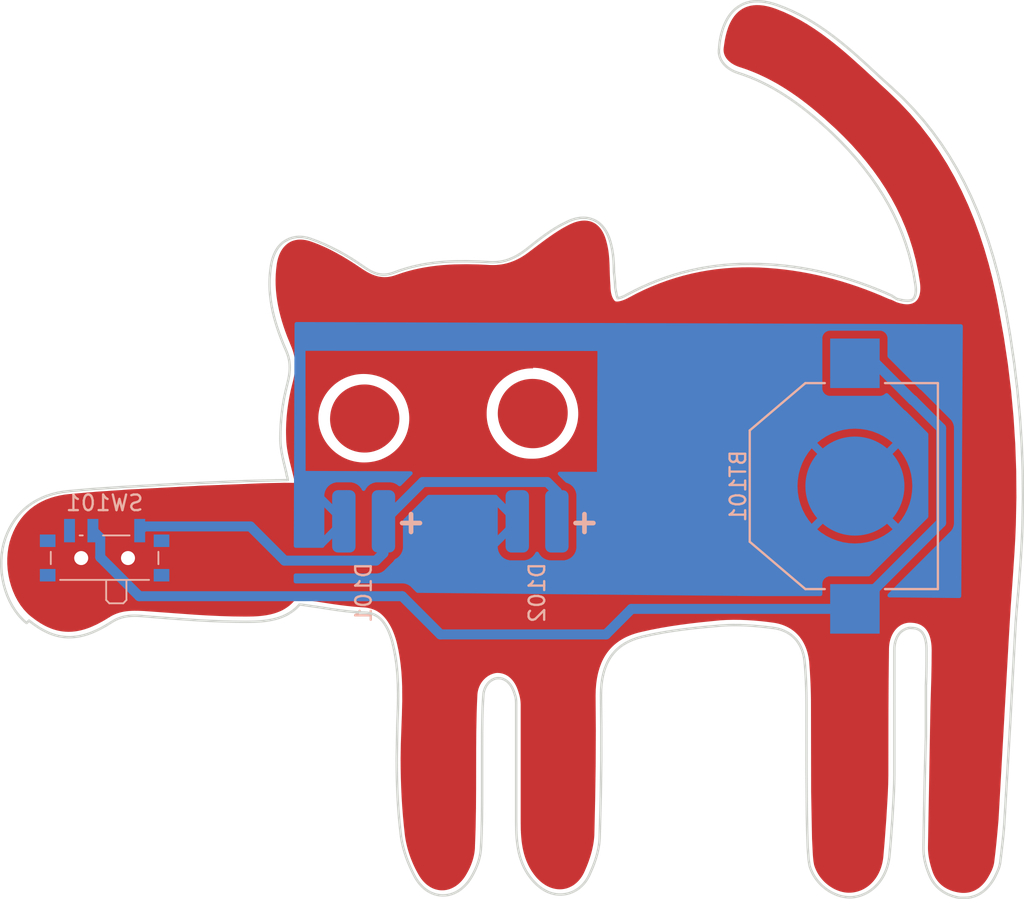
<source format=kicad_pcb>
(kicad_pcb (version 20240108) (generator "pcbnew") (generator_version "8.0")
  (title_block (title "${PROJECT-NAME}") (rev "${REVISION}"))
  (layers (0 "F.Cu" signal) (31 "B.Cu" signal) (34 "B.Paste" user) (35 "F.Paste" user) (36 "B.SilkS" user "B.Silkscreen") (37 "F.SilkS" user "F.Silkscreen") (38 "B.Mask" user) (39 "F.Mask" user) (44 "Edge.Cuts" user))
  (property "PROJECT-NAME" "Project Name")
  (property "REVISION" "1.0")
  (net 0 "")
  (net 1 "Net-(BT101-+)")
  (net 2 "GND")
  (net 3 "Net-(D101-A)")
  (footprint "Cat-with-Knife:LED D5.0mm SMD" (layer "B.Cu") (at 130.509999 85.33 -90)
    (property "Reference" "D101")
    (property "Value" "LED")
  )
  (footprint "Cat-with-Knife:LED D5.0mm SMD" (layer "B.Cu") (at 141.63 85.33 -90)
    (property "Reference" "D102")
    (property "Value" "LED")
  )
  (footprint "Button_Switch_SMD:SW_SPDT_PCM12" (layer "B.Cu") (at 115.17 87.355 180)
    (property "Reference" "SW101")
    (property "Value" "SW_SPDT")
  )
  (footprint "Cat-with-Knife:CR1220_Halter" (layer "B.Cu") (at 163.28 83.07 90)
    (property "Reference" "BT101")
    (property "Value" "Battery_Cell")
  )
  (gr_poly (pts (xy 157.184184 52.233149) (xy 157.415169 52.258038) (xy 157.661393 52.304017) (xy 157.923357 52.372348) (xy 158.201564 52.464297) (xy 158.722617 52.671824) (xy 159.229717 52.905976) (xy 159.723796 53.164545) (xy 160.205782 53.445323) (xy 160.676606 53.746099) (xy 161.137198 54.064665) (xy 161.588489 54.398811) (xy 162.031408 54.746329) (xy 162.466885 55.105008) (xy 162.895852 55.472641) (xy 163.737971 56.225928) (xy 165.385003 57.742735) (xy 166.13452 58.462545) (xy 166.836308 59.207529) (xy 167.491936 59.976813) (xy 168.102974 60.769527) (xy 168.670991 61.584796) (xy 169.197558 62.421751) (xy 169.684243 63.279518) (xy 170.132617 64.157227) (xy 170.544248 65.054003) (xy 170.920708 65.968976) (xy 171.263565 66.901274) (xy 171.574389 67.850024) (xy 171.854749 68.814355) (xy 172.106216 69.793394) (xy 172.33036 70.786269) (xy 172.528748 71.792109) (xy 172.528754 71.831791) (xy 172.831992 73.530293) (xy 173.086861 75.232515) (xy 173.29336 76.938458) (xy 173.45149 78.648121) (xy 173.56125 80.361504) (xy 173.622642 82.078609) (xy 173.635663 83.799434) (xy 173.600316 85.523979) (xy 173.563651 86.402064) (xy 173.515359 87.280149) (xy 173.396917 89.03632) (xy 173.271033 90.792493) (xy 173.163752 92.548666) (xy 172.489066 104.454913) (xy 172.428917 105.139521) (xy 172.365046 105.82413) (xy 172.293732 106.508739) (xy 172.211255 107.193347) (xy 172.202893 107.245437) (xy 172.192729 107.297528) (xy 172.18082 107.349618) (xy 172.167226 107.401709) (xy 172.152004 107.453799) (xy 172.135212 107.505889) (xy 172.116909 107.557979) (xy 172.097152 107.610069) (xy 172.076 107.662159) (xy 172.053512 107.714249) (xy 172.004755 107.81843) (xy 171.951348 107.92261) (xy 171.893756 108.026792) (xy 171.816551 108.164845) (xy 171.733765 108.295923) (xy 171.645398 108.419558) (xy 171.55145 108.535288) (xy 171.451921 108.642646) (xy 171.346811 108.741167) (xy 171.23612 108.830387) (xy 171.119848 108.909839) (xy 170.997994 108.97906) (xy 170.934975 109.009688) (xy 170.87056 109.037583) (xy 170.80475 109.062688) (xy 170.737545 109.084945) (xy 170.668945 109.104294) (xy 170.598949 109.120679) (xy 170.527558 109.13404) (xy 170.454772 109.144321) (xy 170.38059 109.151462) (xy 170.305014 109.155405) (xy 170.228042 109.156093) (xy 170.149675 109.153467) (xy 170.069913 109.147469) (xy 169.988755 109.138041) (xy 169.83485 109.111977) (xy 169.685829 109.078355) (xy 169.541924 109.037059) (xy 169.403366 108.987973) (xy 169.27039 108.93098) (xy 169.143227 108.865965) (xy 169.081899 108.830412) (xy 169.022111 108.79281) (xy 168.963892 108.753145) (xy 168.907273 108.711401) (xy 168.852281 108.667564) (xy 168.798946 108.621619) (xy 168.747297 108.573553) (xy 168.697363 108.52335) (xy 168.649173 108.470996) (xy 168.602756 108.416477) (xy 168.558141 108.359777) (xy 168.515358 108.300882) (xy 168.474435 108.239779) (xy 168.435402 108.176451) (xy 168.398287 108.110886) (xy 168.363119 108.043067) (xy 168.329929 107.972982) (xy 168.298743 107.900614) (xy 168.269593 107.82595) (xy 168.242507 107.748975) (xy 168.184992 107.568599) (xy 168.132128 107.384968) (xy 168.084844 107.198546) (xy 168.044071 107.009797) (xy 168.01074 106.819188) (xy 167.997155 106.723332) (xy 167.98578 106.627184) (xy 167.97673 106.530804) (xy 167.970122 106.434249) (xy 167.966072 106.337578) (xy 167.964696 106.240849) (xy 168.123442 97.231789) (xy 168.178011 95.411125) (xy 168.195997 94.513815) (xy 168.202819 93.620225) (xy 168.201541 93.513952) (xy 168.197712 93.410935) (xy 168.19134 93.311174) (xy 168.182432 93.214668) (xy 168.170995 93.121418) (xy 168.157037 93.031424) (xy 168.140563 92.944685) (xy 168.121583 92.861202) (xy 168.100103 92.780974) (xy 168.07613 92.704002) (xy 168.049672 92.630286) (xy 168.020736 92.559825) (xy 167.98933 92.49262) (xy 167.955459 92.42867) (xy 167.919133 92.367976) (xy 167.880357 92.310538) (xy 167.83914 92.256355) (xy 167.795488 92.205428) (xy 167.749409 92.157757) (xy 167.70091 92.113341) (xy 167.649999 92.072181) (xy 167.596682 92.034276) (xy 167.540967 91.999627) (xy 167.482861 91.968234) (xy 167.422372 91.940096) (xy 167.359506 91.915214) (xy 167.294271 91.893587) (xy 167.226675 91.875216) (xy 167.156724 91.860101) (xy 167.084426 91.848241) (xy 167.009787 91.839637) (xy 166.932816 91.834289) (xy 166.858768 91.829159) (xy 166.785519 91.828601) (xy 166.713171 91.832534) (xy 166.641826 91.840878) (xy 166.571586 91.853553) (xy 166.502552 91.870479) (xy 166.434826 91.891576) (xy 166.368509 91.916765) (xy 166.303705 91.945965) (xy 166.240513 91.979097) (xy 166.179037 92.01608) (xy 166.119377 92.056834) (xy 166.061636 92.10128) (xy 166.005915 92.149338) (xy 165.952316 92.200928) (xy 165.900941 92.255969) (xy 165.851891 92.314383) (xy 165.805269 92.376088) (xy 165.761175 92.441005) (xy 165.719712 92.509055) (xy 165.680981 92.580156) (xy 165.645085 92.65423) (xy 165.612124 92.731196) (xy 165.582201 92.810974) (xy 165.555418 92.893485) (xy 165.531875 92.978648) (xy 165.511675 93.066383) (xy 165.49492 93.156612) (xy 165.481711 93.249252) (xy 165.47215 93.344226) (xy 165.466339 93.441452) (xy 165.464379 93.540852) (xy 165.441434 95.564295) (xy 165.429652 97.584016) (xy 165.424691 101.597415) (xy 165.414304 102.174047) (xy 165.386243 102.861835) (xy 165.295705 104.390424) (xy 165.190286 105.822273) (xy 165.107192 106.796477) (xy 165.093837 106.92169) (xy 165.076166 107.044272) (xy 165.05428 107.164151) (xy 165.028281 107.281253) (xy 164.998271 107.395507) (xy 164.964351 107.50684) (xy 164.926623 107.615179) (xy 164.885189 107.720451) (xy 164.84015 107.822584) (xy 164.791609 107.921505) (xy 164.739666 108.017141) (xy 164.684425 108.10942) (xy 164.625986 108.198268) (xy 164.564451 108.283615) (xy 164.499923 108.365385) (xy 164.432502 108.443508) (xy 164.36229 108.51791) (xy 164.28939 108.588519) (xy 164.213903 108.655262) (xy 164.13593 108.718065) (xy 164.055574 108.776858) (xy 163.972936 108.831567) (xy 163.888118 108.882118) (xy 163.801222 108.928441) (xy 163.712349 108.970461) (xy 163.621601 109.008107) (xy 163.52908 109.041305) (xy 163.434888 109.069983) (xy 163.339126 109.094068) (xy 163.241896 109.113488) (xy 163.143299 109.12817) (xy 163.043439 109.138041) (xy 162.953706 109.143055) (xy 162.863218 109.143273) (xy 162.772148 109.138782) (xy 162.680671 109.129669) (xy 162.588962 109.116021) (xy 162.497194 109.097926) (xy 162.405543 109.075471) (xy 162.314182 109.048743) (xy 162.223287 109.017829) (xy 162.133031 108.982817) (xy 162.043589 108.943793) (xy 161.955135 108.900845) (xy 161.867844 108.85406) (xy 161.78189 108.803526) (xy 161.697448 108.749328) (xy 161.614691 108.691556) (xy 161.533795 108.630295) (xy 161.454934 108.565634) (xy 161.378281 108.497658) (xy 161.304013 108.426457) (xy 161.232302 108.352115) (xy 161.163324 108.274722) (xy 161.097252 108.194364) (xy 161.034262 108.111128) (xy 160.974527 108.025101) (xy 160.918223 107.936371) (xy 160.865522 107.845025) (xy 160.816601 107.75115) (xy 160.771633 107.654834) (xy 160.730792 107.556162) (xy 160.694254 107.455224) (xy 160.662192 107.352105) (xy 160.620721 107.116334) (xy 160.585296 106.747723) (xy 160.530725 105.679648) (xy 160.473674 102.693784) (xy 160.463752 97.11273) (xy 160.461891 96.757248) (xy 160.45631 96.404556) (xy 160.447008 96.053725) (xy 160.433986 95.703824) (xy 160.39678 95.003091) (xy 160.344693 94.294917) (xy 160.307515 94.047094) (xy 160.255628 93.809909) (xy 160.224223 93.695434) (xy 160.189207 93.583771) (xy 160.150601 93.474971) (xy 160.108427 93.369085) (xy 160.062706 93.266163) (xy 160.013462 93.166258) (xy 159.960714 93.069419) (xy 159.904485 92.975698) (xy 159.844798 92.885145) (xy 159.781673 92.797812) (xy 159.715133 92.713748) (xy 159.645199 92.633006) (xy 159.571893 92.555635) (xy 159.495237 92.481688) (xy 159.415253 92.411214) (xy 159.331962 92.344264) (xy 159.245387 92.28089) (xy 159.155548 92.221141) (xy 159.062469 92.16507) (xy 158.966171 92.112727) (xy 158.866675 92.064163) (xy 158.764003 92.019429) (xy 158.658177 91.978575) (xy 158.54922 91.941652) (xy 158.437152 91.908712) (xy 158.321996 91.879805) (xy 158.203773 91.854982) (xy 158.082505 91.834294) (xy 157.662376 91.778639) (xy 157.236665 91.731355) (xy 156.807234 91.693373) (xy 156.375942 91.665623) (xy 155.94465 91.649035) (xy 155.515219 91.64454) (xy 155.089508 91.653066) (xy 154.669379 91.675545) (xy 153.383876 91.804529) (xy 152.739031 91.879253) (xy 152.094652 91.963279) (xy 151.452133 92.058467) (xy 150.81287 92.166677) (xy 150.178258 92.289771) (xy 149.549693 92.429607) (xy 149.359808 92.477153) (xy 149.17706 92.530454) (xy 149.001375 92.589453) (xy 148.832681 92.65409) (xy 148.670906 92.724309) (xy 148.515976 92.800051) (xy 148.367818 92.881257) (xy 148.226361 92.96787) (xy 148.091532 93.059831) (xy 147.963257 93.157083) (xy 147.841464 93.259567) (xy 147.726081 93.367226) (xy 147.617035 93.48) (xy 147.514253 93.597832) (xy 147.417663 93.720663) (xy 147.327191 93.848437) (xy 147.242765 93.981093) (xy 147.164313 94.118575) (xy 147.091762 94.260824) (xy 147.025039 94.407782) (xy 146.908786 94.715593) (xy 146.814974 95.041542) (xy 146.743021 95.385164) (xy 146.692346 95.745994) (xy 146.662368 96.123568) (xy 146.652504 96.51742) (xy 146.668007 98.749843) (xy 146.657465 100.982266) (xy 146.624599 103.214688) (xy 146.57313 105.44711) (xy 146.563393 105.588932) (xy 146.549178 105.73151) (xy 146.530662 105.874669) (xy 146.508018 106.018235) (xy 146.481421 106.162034) (xy 146.451045 106.305891) (xy 146.417065 106.449632) (xy 146.379654 106.593082) (xy 146.338988 106.736067) (xy 146.295241 106.878413) (xy 146.1992 107.160489) (xy 146.092927 107.437914) (xy 145.977817 107.709292) (xy 145.919375 107.839629) (xy 145.855838 107.962727) (xy 145.787462 108.078559) (xy 145.7145 108.187094) (xy 145.637207 108.288304) (xy 145.555837 108.38216) (xy 145.470645 108.468633) (xy 145.381884 108.547693) (xy 145.28981 108.619312) (xy 145.194677 108.68346) (xy 145.096738 108.740109) (xy 144.996249 108.789229) (xy 144.893463 108.830792) (xy 144.788636 108.864767) (xy 144.68202 108.891127) (xy 144.573872 108.909842) (xy 144.464444 108.920883) (xy 144.353992 108.924221) (xy 144.242769 108.919827) (xy 144.13103 108.907671) (xy 144.01903 108.887726) (xy 143.907023 108.859961) (xy 143.795262 108.824348) (xy 143.684004 108.780857) (xy 143.573501 108.72946) (xy 143.464007 108.670127) (xy 143.355779 108.60283) (xy 143.249069 108.527538) (xy 143.144133 108.444225) (xy 143.041224 108.352859) (xy 142.940596 108.253412) (xy 142.842505 108.145856) (xy 142.687476 107.950094) (xy 142.54919 107.749913) (xy 142.426717 107.545547) (xy 142.319127 107.337227) (xy 142.225489 107.125186) (xy 142.144874 106.909657) (xy 142.07635 106.690872) (xy 142.018989 106.469064) (xy 141.97186 106.244465) (xy 141.934033 106.017308) (xy 141.904577 105.787826) (xy 141.882563 105.556251) (xy 141.86706 105.322815) (xy 141.857138 105.087752) (xy 141.850317 104.613671) (xy 141.850317 97.112739) (xy 141.848456 97.021737) (xy 141.842875 96.927945) (xy 141.833573 96.832292) (xy 141.82055 96.735708) (xy 141.803806 96.639125) (xy 141.783342 96.543471) (xy 141.771715 96.496284) (xy 141.759157 96.449678) (xy 141.74567 96.40377) (xy 141.731252 96.358676) (xy 141.683388 96.200081) (xy 141.657086 96.12462) (xy 141.629244 96.051717) (xy 141.59989 95.981373) (xy 141.569054 95.913586) (xy 141.536764 95.848357) (xy 141.50305 95.785687) (xy 141.467941 95.725574) (xy 141.431466 95.668019) (xy 141.393653 95.613023) (xy 141.354532 95.560584) (xy 141.314133 95.510703) (xy 141.272483 95.463381) (xy 141.229613 95.418616) (xy 141.18555 95.376409) (xy 141.140325 95.336761) (xy 141.093967 95.29967) (xy 141.046503 95.265137) (xy 140.997965 95.233163) (xy 140.94838 95.203746) (xy 140.897777 95.176887) (xy 140.846186 95.152586) (xy 140.793636 95.130844) (xy 140.740156 95.111659) (xy 140.685775 95.095032) (xy 140.630521 95.080963) (xy 140.574425 95.069452) (xy 140.517515 95.060499) (xy 140.45982 95.054104) (xy 140.401369 95.050267) (xy 140.342192 95.048988) (xy 140.286284 95.054213) (xy 140.23026 95.062417) (xy 140.174237 95.073557) (xy 140.118329 95.08759) (xy 140.007328 95.124157) (xy 139.898188 95.17177) (xy 139.791837 95.23008) (xy 139.689208 95.298739) (xy 139.59123 95.377397) (xy 139.498832 95.465705) (xy 139.455017 95.513369) (xy 139.412946 95.563315) (xy 139.372736 95.6155) (xy 139.334502 95.669879) (xy 139.29836 95.726409) (xy 139.264428 95.785046) (xy 139.232822 95.845748) (xy 139.203657 95.908469) (xy 139.17705 95.973167) (xy 139.153117 96.039798) (xy 139.131975 96.108319) (xy 139.11374 96.178685) (xy 139.098528 96.250854) (xy 139.086455 96.324781) (xy 139.077637 96.400424) (xy 139.072192 96.477737) (xy 139.045993 97.058166) (xy 139.026304 97.638596) (xy 139.00274 98.799455) (xy 138.994059 99.960315) (xy 138.992819 101.121175) (xy 138.991578 102.424663) (xy 138.982897 103.720708) (xy 138.959333 105.016752) (xy 138.913445 106.320237) (xy 138.904162 106.424397) (xy 138.891275 106.528441) (xy 138.8749 106.632252) (xy 138.855152 106.735714) (xy 138.832149 106.838712) (xy 138.806007 106.941128) (xy 138.776842 107.042847) (xy 138.74477 107.143752) (xy 138.709908 107.243727) (xy 138.672372 107.342655) (xy 138.632277 107.440421) (xy 138.589741 107.536907) (xy 138.54488 107.631999) (xy 138.497809 107.725579) (xy 138.448646 107.817531) (xy 138.397506 107.907739) (xy 138.324534 108.034121) (xy 138.247195 108.152801) (xy 138.165772 108.263749) (xy 138.080548 108.366935) (xy 137.991807 108.462331) (xy 137.899832 108.549908) (xy 137.804907 108.629637) (xy 137.707315 108.701488) (xy 137.607339 108.765433) (xy 137.505263 108.821442) (xy 137.40137 108.869486) (xy 137.295944 108.909537) (xy 137.189268 108.941565) (xy 137.081626 108.965541) (xy 136.9733 108.981436) (xy 136.864575 108.989222) (xy 136.755734 108.988868) (xy 136.647059 108.980346) (xy 136.538835 108.963627) (xy 136.431346 108.938682) (xy 136.324873 108.905481) (xy 136.219701 108.863996) (xy 136.116114 108.814198) (xy 136.014394 108.756057) (xy 135.914825 108.689544) (xy 135.817691 108.614631) (xy 135.723274 108.531288) (xy 135.631859 108.439486) (xy 135.543728 108.339196) (xy 135.459166 108.23039) (xy 135.378455 108.113037) (xy 135.301879 107.987109) (xy 135.221438 107.844356) (xy 135.143905 107.698987) (xy 135.069394 107.551176) (xy 134.998023 107.401098) (xy 134.929907 107.248927) (xy 134.865163 107.094837) (xy 134.803907 106.939004) (xy 134.746256 106.781601) (xy 134.692325 106.622802) (xy 134.642231 106.462783) (xy 134.59609 106.301717) (xy 134.554019 106.13978) (xy 134.516134 105.977145) (xy 134.48255 105.813986) (xy 134.453385 105.650479) (xy 134.428755 105.486798) (xy 134.359845 104.863426) (xy 134.301632 104.242845) (xy 134.253651 103.624123) (xy 134.215436 103.006331) (xy 134.186523 102.388538) (xy 134.166447 101.769816) (xy 134.154742 101.149233) (xy 134.150944 100.525859) (xy 134.165129 99.603125) (xy 134.197453 98.680391) (xy 134.232567 97.757657) (xy 134.255124 96.834923) (xy 134.249776 95.912189) (xy 134.231842 95.450822) (xy 134.201175 94.989455) (xy 134.155858 94.528088) (xy 134.093972 94.066721) (xy 134.013599 93.605354) (xy 133.912821 93.143988) (xy 133.881194 93.023219) (xy 133.845847 92.899661) (xy 133.80678 92.774242) (xy 133.763992 92.647893) (xy 133.717483 92.521545) (xy 133.667254 92.396126) (xy 133.613304 92.272568) (xy 133.555633 92.151799) (xy 133.480182 92.013261) (xy 133.402232 91.880653) (xy 133.321142 91.754323) (xy 133.236273 91.634621) (xy 133.146985 91.521895) (xy 133.05264 91.416495) (xy 132.952598 91.318768) (xy 132.846218 91.229064) (xy 132.732863 91.147731) (xy 132.611892 91.07512) (xy 132.54835 91.042193) (xy 132.482665 91.011577) (xy 132.414756 90.983316) (xy 132.344544 90.957452) (xy 132.271947 90.934031) (xy 132.196888 90.913095) (xy 132.119285 90.894687) (xy 132.039059 90.878853) (xy 131.956129 90.865634) (xy 131.870416 90.855076) (xy 131.78184 90.84722) (xy 131.690321 90.842112) (xy 131.170895 90.803585) (xy 130.652864 90.749712) (xy 130.133903 90.683746) (xy 129.611687 90.608945) (xy 128.548186 90.445854) (xy 128.00225 90.364076) (xy 127.443757 90.286484) (xy 127.371571 90.380572) (xy 127.29647 90.469457) (xy 127.218564 90.553285) (xy 127.137962 90.6322) (xy 127.054773 90.706347) (xy 126.969106 90.775873) (xy 126.790774 90.901641) (xy 126.603838 91.010665) (xy 126.409169 91.104109) (xy 126.207641 91.183135) (xy 126.000125 91.248906) (xy 125.787492 91.302585) (xy 125.570616 91.345335) (xy 125.350368 91.378317) (xy 125.12762 91.402695) (xy 124.903244 91.419632) (xy 124.678113 91.43029) (xy 124.22907 91.437422) (xy 123.410516 91.428585) (xy 122.591961 91.403935) (xy 121.773406 91.366263) (xy 120.954852 91.318359) (xy 117.680633 91.080234) (xy 117.373443 91.068064) (xy 117.076019 91.064731) (xy 116.930533 91.067977) (xy 116.786966 91.075351) (xy 116.645144 91.087491) (xy 116.504891 91.105038) (xy 116.366033 91.128632) (xy 116.228396 91.158911) (xy 116.091805 91.196515) (xy 115.956087 91.242084) (xy 115.821066 91.296257) (xy 115.686568 91.359673) (xy 115.552419 91.432973) (xy 115.418445 91.516795) (xy 115.059698 91.732606) (xy 114.712054 91.91871) (xy 114.374526 92.075164) (xy 114.209247 92.142291) (xy 114.046126 92.202027) (xy 113.88504 92.254379) (xy 113.725865 92.299356) (xy 113.568477 92.336964) (xy 113.412754 92.367211) (xy 113.258571 92.390103) (xy 113.105806 92.405648) (xy 112.954334 92.413854) (xy 112.804031 92.414727) (xy 112.654776 92.408275) (xy 112.506443 92.394505) (xy 112.35891 92.373425) (xy 112.212052 92.345041) (xy 112.065747 92.309361) (xy 111.91987 92.266393) (xy 111.774299 92.216143) (xy 111.62891 92.158618) (xy 111.483578 92.093827) (xy 111.338181 92.021776) (xy 111.192595 91.942472) (xy 111.046697 91.855923) (xy 110.753469 91.661119) (xy 110.457508 91.437422) (xy 110.333342 91.333413) (xy 110.213899 91.222522) (xy 109.989475 90.981402) (xy 109.784817 90.71668) (xy 109.600507 90.430971) (xy 109.437125 90.12689) (xy 109.295254 89.807055) (xy 109.175474 89.474081) (xy 109.078368 89.130585) (xy 109.004516 88.779182) (xy 108.9545 88.422489) (xy 108.9289 88.063122) (xy 108.9283 87.703696) (xy 108.953279 87.346829) (xy 109.004419 86.995135) (xy 109.082302 86.651232) (xy 109.187509 86.317736) (xy 109.315301 86.000952) (xy 109.460127 85.705215) (xy 109.621348 85.430173) (xy 109.798324 85.175479) (xy 109.990415 84.940784) (xy 110.196982 84.725739) (xy 110.417385 84.529995) (xy 110.650985 84.353204) (xy 110.897142 84.195016) (xy 111.155218 84.055082) (xy 111.424571 83.933055) (xy 111.704564 83.828584) (xy 111.994556 83.741322) (xy 112.293908 83.670919) (xy 112.60198 83.617027) (xy 112.918134 83.579296) (xy 114.634385 83.431398) (xy 116.721312 83.289081) (xy 121.317001 83.043516) (xy 125.324818 82.887246) (xy 126.676905 82.85655) (xy 127.364383 82.864922) (xy 127.29493 82.530291) (xy 127.210594 82.182173) (xy 127.027039 81.451054) (xy 126.942703 81.070845) (xy 126.905651 80.877688) (xy 126.87325 80.682729) (xy 126.84643 80.486142) (xy 126.826121 80.288102) (xy 126.813253 80.088783) (xy 126.808758 79.888359) (xy 126.803622 79.679117) (xy 126.803022 79.468306) (xy 126.814959 79.043138) (xy 126.835447 78.737421) (xy 128.872505 78.737421) (xy 128.879916 78.881684) (xy 128.894587 79.024138) (xy 128.916336 79.164601) (xy 128.944981 79.302891) (xy 128.980341 79.438826) (xy 129.022235 79.572225) (xy 129.070479 79.702906) (xy 129.124893 79.830688) (xy 129.185295 79.955388) (xy 129.251504 80.076826) (xy 129.323337 80.194818) (xy 129.400613 80.309185) (xy 129.48315 80.419744) (xy 129.570767 80.526313) (xy 129.663282 80.628711) (xy 129.760513 80.726756) (xy 129.862279 80.820266) (xy 129.968398 80.909061) (xy 130.078688 80.992957) (xy 130.192967 81.071773) (xy 130.311055 81.145328) (xy 130.432769 81.213441) (xy 130.557927 81.275928) (xy 130.686348 81.332609) (xy 130.81785 81.383303) (xy 130.952252 81.427826) (xy 131.089372 81.465999) (xy 131.229028 81.497638) (xy 131.371038 81.522562) (xy 131.515221 81.540591) (xy 131.661396 81.551541) (xy 131.809379 81.555231) (xy 131.960854 81.551653) (xy 132.110069 81.541026) (xy 132.256856 81.523511) (xy 132.401049 81.499265) (xy 132.542481 81.468451) (xy 132.680984 81.431227) (xy 132.816391 81.387754) (xy 132.948536 81.33819) (xy 133.07725 81.282697) (xy 133.202367 81.221434) (xy 133.32372 81.154561) (xy 133.441142 81.082237) (xy 133.554465 81.004623) (xy 133.663522 80.921879) (xy 133.768146 80.834164) (xy 133.86817 80.741638) (xy 133.963427 80.644461) (xy 134.05375 80.542794) (xy 134.138971 80.436795) (xy 134.218924 80.326625) (xy 134.293441 80.212444) (xy 134.362355 80.094411) (xy 134.425499 79.972686) (xy 134.482706 79.84743) (xy 134.533809 79.718802) (xy 134.57864 79.586961) (xy 134.617033 79.452069) (xy 134.64882 79.314284) (xy 134.673834 79.173768) (xy 134.691909 79.030678) (xy 134.702876 78.885176) (xy 134.706569 78.737421) (xy 134.702762 78.58606) (xy 134.691463 78.437178) (xy 134.684217 78.380231) (xy 139.667508 78.380231) (xy 139.667595 78.528328) (xy 139.675181 78.674826) (xy 139.690093 78.819521) (xy 139.712155 78.962211) (xy 139.741194 79.102692) (xy 139.777035 79.24076) (xy 139.819503 79.376213) (xy 139.868424 79.508845) (xy 139.923624 79.638455) (xy 139.984929 79.764837) (xy 140.052163 79.88779) (xy 140.125152 80.00711) (xy 140.203723 80.122592) (xy 140.287701 80.234034) (xy 140.37691 80.341232) (xy 140.471178 80.443983) (xy 140.570329 80.542082) (xy 140.674189 80.635328) (xy 140.782583 80.723515) (xy 140.895338 80.806441) (xy 141.012279 80.883903) (xy 141.133231 80.955696) (xy 141.25802 81.021617) (xy 141.386471 81.081463) (xy 141.518411 81.135031) (xy 141.653664 81.182116) (xy 141.792057 81.222516) (xy 141.933414 81.256026) (xy 142.077563 81.282445) (xy 142.224327 81.301566) (xy 142.373533 81.313189) (xy 142.525006 81.317108) (xy 142.67671 81.317022) (xy 142.826596 81.309443) (xy 142.974477 81.294554) (xy 143.120163 81.272537) (xy 143.263466 81.243571) (xy 143.404196 81.207841) (xy 143.542165 81.165526) (xy 143.677184 81.116809) (xy 143.809063 81.061872) (xy 143.937613 81.000896) (xy 144.062647 80.934063) (xy 144.183974 80.861554) (xy 144.301406 80.783551) (xy 144.414755 80.700236) (xy 144.52383 80.611791) (xy 144.628443 80.518397) (xy 144.728405 80.420235) (xy 144.823528 80.317489) (xy 144.913622 80.210338) (xy 144.998498 80.098965) (xy 145.077967 79.983552) (xy 145.151841 79.86428) (xy 145.21993 79.741331) (xy 145.282046 79.614886) (xy 145.337999 79.485128) (xy 145.387601 79.352238) (xy 145.430663 79.216397) (xy 145.466996 79.077787) (xy 145.49641 78.936591) (xy 145.518717 78.792989) (xy 145.533728 78.647163) (xy 145.541254 78.499295) (xy 145.541053 78.347479) (xy 145.533134 78.197269) (xy 145.517687 78.048876) (xy 145.4949 77.90251) (xy 145.464963 77.758383) (xy 145.428063 77.616704) (xy 145.384391 77.477685) (xy 145.334135 77.341537) (xy 145.277484 77.20847) (xy 145.214627 77.078695) (xy 145.145753 76.952422) (xy 145.07105 76.829863) (xy 144.990709 76.711228) (xy 144.904917 76.596728) (xy 144.813864 76.486574) (xy 144.717739 76.380976) (xy 144.61673 76.280146) (xy 144.511027 76.184293) (xy 144.400818 76.093629) (xy 144.286292 76.008364) (xy 144.167639 75.928709) (xy 144.045047 75.854875) (xy 143.918706 75.787073) (xy 143.788804 75.725513) (xy 143.655529 75.670406) (xy 143.519072 75.621963) (xy 143.379621 75.580395) (xy 143.237364 75.545912) (xy 143.092492 75.518725) (xy 142.945192 75.499045) (xy 142.795655 75.487082) (xy 142.644068 75.483047) (xy 142.64407 75.522733) (xy 142.49586 75.522932) (xy 142.34903 75.530843) (xy 142.203799 75.546267) (xy 142.060385 75.569009) (xy 141.919005 75.598872) (xy 141.779878 75.635662) (xy 141.643223 75.67918) (xy 141.509255 75.729231) (xy 141.378195 75.78562) (xy 141.250259 75.848148) (xy 141.125667 75.916622) (xy 141.004635 75.990843) (xy 140.887382 76.070617) (xy 140.774126 76.155746) (xy 140.665085 76.246035) (xy 140.560476 76.341287) (xy 140.460519 76.441306) (xy 140.36543 76.545896) (xy 140.275428 76.654861) (xy 140.190731 76.768005) (xy 140.111558 76.88513) (xy 140.038125 77.006042) (xy 139.970651 77.130544) (xy 139.909353 77.25844) (xy 139.854451 77.389533) (xy 139.806162 77.523627) (xy 139.764704 77.660526) (xy 139.730295 77.800034) (xy 139.703153 77.941955) (xy 139.683495 78.086092) (xy 139.671541 78.232249) (xy 139.667508 78.380231) (xy 134.684217 78.380231) (xy 134.672853 78.290926) (xy 134.647115 78.147457) (xy 134.614429 78.006924) (xy 134.574977 77.86948) (xy 134.528942 77.735277) (xy 134.476505 77.604467) (xy 134.417846 77.477204) (xy 134.35315 77.35364) (xy 134.282595 77.233927) (xy 134.206366 77.118218) (xy 134.124642 77.006666) (xy 134.037606 76.899424) (xy 133.94544 76.796643) (xy 133.848325 76.698477) (xy 133.746443 76.605078) (xy 133.639975 76.516599) (xy 133.529104 76.433192) (xy 133.41401 76.35501) (xy 133.294876 76.282205) (xy 133.171883 76.214931) (xy 133.045213 76.15334) (xy 132.915048 76.097584) (xy 132.781569 76.047816) (xy 132.644958 76.004188) (xy 132.505396 75.966854) (xy 132.363066 75.935966) (xy 132.218149 75.911676) (xy 132.070826 75.894137) (xy 131.92128 75.883502) (xy 131.769691 75.879923) (xy 131.621709 75.883727) (xy 131.475543 75.895009) (xy 131.331382 75.913573) (xy 131.189417 75.939221) (xy 131.049835 75.971759) (xy 130.912825 76.01099) (xy 130.778577 76.056718) (xy 130.647279 76.108746) (xy 130.519121 76.166878) (xy 130.394291 76.230918) (xy 130.272978 76.30067) (xy 130.155372 76.375938) (xy 130.04166 76.456526) (xy 129.932033 76.542236) (xy 129.826678 76.632874) (xy 129.725786 76.728242) (xy 129.629544 76.828145) (xy 129.538142 76.932386) (xy 129.451769 77.04077) (xy 129.370614 77.153099) (xy 129.294865 77.269179) (xy 129.224712 77.388811) (xy 129.160343 77.511802) (xy 129.101948 77.637953) (xy 129.049715 77.767069) (xy 129.003834 77.898955) (xy 128.964493 78.033412) (xy 128.931881 78.170246) (xy 128.906188 78.30926) (xy 128.887601 78.450258) (xy 128.87631 78.593044) (xy 128.872505 78.737421) (xy 126.835447 78.737421) (xy 126.843639 78.615179) (xy 126.888133 78.186756) (xy 126.947509 77.760193) (xy 127.020838 77.337816) (xy 127.107189 76.92195) (xy 127.205633 76.514921) (xy 127.247907 76.353002) (xy 127.28524 76.194398) (xy 127.317341 76.0387) (xy 127.343919 75.885502) (xy 127.364683 75.734396) (xy 127.379343 75.584977) (xy 127.387608 75.436837) (xy 127.389187 75.289569) (xy 127.38379 75.142766) (xy 127.371126 74.996022) (xy 127.350905 74.848928) (xy 127.322834 74.701079) (xy 127.286625 74.552066) (xy 127.241987 74.401485) (xy 127.188627 74.248926) (xy 127.126257 74.093984) (xy 126.870536 73.465107) (xy 126.752937 73.147733) (xy 126.643186 72.828324) (xy 126.542039 72.506822) (xy 126.450252 72.18317) (xy 126.36858 71.857308) (xy 126.29778 71.529179) (xy 126.238608 71.198724) (xy 126.191818 70.865886) (xy 126.158167 70.530606) (xy 126.13841 70.192826) (xy 126.133304 69.852489) (xy 126.143604 69.509535) (xy 126.170065 69.163907) (xy 126.213445 68.815546) (xy 126.233899 68.702076) (xy 126.258015 68.592391) (xy 126.285737 68.486558) (xy 126.317004 68.384642) (xy 126.35176 68.286709) (xy 126.389945 68.192823) (xy 126.431503 68.10305) (xy 126.476374 68.017456) (xy 126.524501 67.936105) (xy 126.575826 67.859064) (xy 126.630289 67.786398) (xy 126.687834 67.718172) (xy 126.748402 67.654451) (xy 126.811935 67.595301) (xy 126.878375 67.540788) (xy 126.947663 67.490976) (xy 127.019742 67.445932) (xy 127.094554 67.40572) (xy 127.172039 67.370406) (xy 127.252141 67.340055) (xy 127.334801 67.314733) (xy 127.41996 67.294506) (xy 127.507562 67.279437) (xy 127.597546 67.269594) (xy 127.689857 67.265041) (xy 127.784434 67.265844) (xy 127.881221 67.272069) (xy 127.980159 67.283779) (xy 128.08119 67.301042) (xy 128.184255 67.323922) (xy 128.289297 67.352485) (xy 128.396258 67.386796) (xy 128.611128 67.463952) (xy 128.824139 67.546399) (xy 129.035289 67.633845) (xy 129.244578 67.726) (xy 129.452007 67.822574) (xy 129.657576 67.923275) (xy 130.063133 68.135898) (xy 130.461248 68.361543) (xy 130.851921 68.597885) (xy 131.235154 68.842599) (xy 131.610945 69.093359) (xy 131.751023 69.186774) (xy 131.888835 69.27327) (xy 132.024902 69.352442) (xy 132.159749 69.423881) (xy 132.293897 69.487181) (xy 132.427872 69.541936) (xy 132.562195 69.587737) (xy 132.697391 69.624178) (xy 132.833981 69.650853) (xy 132.97249 69.667354) (xy 133.113441 69.673274) (xy 133.257356 69.668207) (xy 133.40476 69.651745) (xy 133.556175 69.623481) (xy 133.712125 69.583009) (xy 133.873133 69.529921) (xy 134.239118 69.403756) (xy 134.607661 69.292649) (xy 134.978529 69.195843) (xy 135.351491 69.112582) (xy 135.726313 69.042112) (xy 136.102763 68.983675) (xy 136.480608 68.936517) (xy 136.859616 68.899882) (xy 137.239554 68.873014) (xy 137.620189 68.855156) (xy 138.382623 68.843451) (xy 139.145057 68.858722) (xy 139.905631 68.894921) (xy 140.096366 68.897751) (xy 140.28181 68.891511) (xy 140.462254 68.876434) (xy 140.63799 68.852754) (xy 140.809307 68.820701) (xy 140.976496 68.78051) (xy 141.139849 68.732412) (xy 141.299655 68.676641) (xy 141.456205 68.613427) (xy 141.60979 68.543005) (xy 141.760702 68.465607) (xy 141.909229 68.381465) (xy 142.055664 68.290811) (xy 142.200297 68.193879) (xy 142.343418 68.090901) (xy 142.485318 67.982109) (xy 143.081871 67.531904) (xy 143.382473 67.308196) (xy 143.685866 67.08914) (xy 143.992979 66.877525) (xy 144.304743 66.676142) (xy 144.46266 66.58016) (xy 144.622088 66.487782) (xy 144.783144 66.399357) (xy 144.945944 66.315234) (xy 145.056741 66.262329) (xy 145.165852 66.21523) (xy 145.27322 66.173931) (xy 145.378785 66.138423) (xy 145.48249 66.1087) (xy 145.584276 66.084754) (xy 145.684086 66.066578) (xy 145.781861 66.054165) (xy 145.877543 66.047507) (xy 145.971074 66.046597) (xy 146.062395 66.051428) (xy 146.15145 66.061993) (xy 146.238179 66.078285) (xy 146.322525 66.100295) (xy 146.404429 66.128018) (xy 146.483833 66.161445) (xy 146.560679 66.200569) (xy 146.634908 66.245384) (xy 146.706464 66.295881) (xy 146.775287 66.352053) (xy 146.84132 66.413894) (xy 146.904504 66.481396) (xy 146.964781 66.554552) (xy 147.022094 66.633354) (xy 147.076383 66.717796) (xy 147.127591 66.807869) (xy 147.17566 66.903567) (xy 147.220531 67.004882) (xy 147.262147 67.111808) (xy 147.300448 67.224336) (xy 147.335378 67.34246) (xy 147.366878 67.466172) (xy 147.407922 67.63123) (xy 147.442223 67.798787) (xy 147.470477 67.968554) (xy 147.493383 68.140239) (xy 147.511638 68.313552) (xy 147.525939 68.488202) (xy 147.545473 68.840352) (xy 147.567798 69.547905) (xy 147.58175 69.898659) (xy 147.605004 70.244297) (xy 147.605944 70.311677) (xy 147.608802 70.379637) (xy 147.613637 70.447831) (xy 147.620507 70.515908) (xy 147.629469 70.58352) (xy 147.640583 70.650319) (xy 147.653906 70.715954) (xy 147.669496 70.780078) (xy 147.687411 70.842342) (xy 147.70771 70.902396) (xy 147.730451 70.959893) (xy 147.755691 71.014483) (xy 147.78349 71.065817) (xy 147.813905 71.113546) (xy 147.846994 71.157323) (xy 147.864559 71.17762) (xy 147.882815 71.196797) (xy 147.895007 71.207154) (xy 147.909189 71.215934) (xy 147.925261 71.223187) (xy 147.943121 71.228966) (xy 147.962667 71.23332) (xy 147.983797 71.2363) (xy 148.030403 71.238345) (xy 148.082124 71.235506) (xy 148.138148 71.228191) (xy 148.19766 71.216806) (xy 148.259846 71.201758) (xy 148.323893 71.183455) (xy 148.388986 71.162303) (xy 148.454311 71.13871) (xy 148.519055 71.113082) (xy 148.582404 71.085826) (xy 148.643543 71.057349) (xy 148.70166 71.028058) (xy 148.755939 70.99836) (xy 149.242838 70.739761) (xy 149.735957 70.499708) (xy 150.235006 70.278142) (xy 150.739694 70.075005) (xy 151.24973 69.890239) (xy 151.764825 69.723786) (xy 152.284686 69.575588) (xy 152.809024 69.445586) (xy 153.337548 69.333723) (xy 153.869967 69.23994) (xy 154.405991 69.164179) (xy 154.945328 69.106382) (xy 155.487688 69.066491) (xy 156.032781 69.044448) (xy 156.580316 69.040194) (xy 157.130002 69.053672) (xy 157.671829 69.082944) (xy 158.210866 69.125993) (xy 158.747112 69.182646) (xy 159.280568 69.252729) (xy 159.811233 69.336067) (xy 160.339108 69.432485) (xy 160.864192 69.54181) (xy 161.386486 69.663866) (xy 161.905989 69.79848) (xy 162.422702 69.945477) (xy 162.936623 70.104682) (xy 163.447755 70.275922) (xy 163.956095 70.459021) (xy 164.461645 70.653806) (xy 164.964405 70.860101) (xy 165.464373 71.077733) (xy 165.494139 71.08563) (xy 165.523904 71.094398) (xy 165.553669 71.103981) (xy 165.583435 71.11432) (xy 165.642967 71.137031) (xy 165.702499 71.162069) (xy 165.762031 71.188967) (xy 165.821563 71.21726) (xy 165.940625 71.276171) (xy 166.043172 71.310825) (xy 166.142434 71.340392) (xy 166.238383 71.364901) (xy 166.330989 71.384381) (xy 166.420222 71.398862) (xy 166.506055 71.408372) (xy 166.588458 71.412941) (xy 166.667402 71.412597) (xy 166.742857 71.407369) (xy 166.814796 71.397288) (xy 166.883188 71.382381) (xy 166.948005 71.362677) (xy 167.009217 71.338207) (xy 167.066796 71.308998) (xy 167.120712 71.275081) (xy 167.170936 71.236483) (xy 167.21744 71.193235) (xy 167.260194 71.145365) (xy 167.29917 71.092902) (xy 167.334337 71.035876) (xy 167.365668 70.974314) (xy 167.393132 70.908248) (xy 167.416701 70.837705) (xy 167.436347 70.762714) (xy 167.452038 70.683305) (xy 167.463748 70.599507) (xy 167.471446 70.511349) (xy 167.475104 70.418859) (xy 167.474693 70.322067) (xy 167.470183 70.221003) (xy 167.461545 70.115694) (xy 167.44875 70.006171) (xy 167.327963 69.271255) (xy 167.174503 68.554477) (xy 166.989184 67.855373) (xy 166.772821 67.173477) (xy 166.526227 66.508324) (xy 166.250216 65.859449) (xy 165.945603 65.226387) (xy 165.6132 64.608673) (xy 165.253823 64.005841) (xy 164.868284 63.417428) (xy 164.457398 62.842966) (xy 164.021979 62.281993) (xy 163.562841 61.734042) (xy 163.080796 61.198648) (xy 162.576661 60.675346) (xy 162.051247 60.163672) (xy 161.360359 59.534098) (xy 160.654124 58.929639) (xy 160.293942 58.638862) (xy 159.928354 58.356805) (xy 159.556836 58.084283) (xy 159.178865 57.82211) (xy 158.793917 57.571098) (xy 158.40147 57.332062) (xy 158.001001 57.105816) (xy 157.591985 56.893174) (xy 157.173901 56.69495) (xy 156.746224 56.511957) (xy 156.308431 56.34501) (xy 155.859999 56.194923) (xy 155.74988 56.154944) (xy 155.64319 56.109501) (xy 155.54057 56.05871) (xy 155.442659 56.002686) (xy 155.350097 55.941546) (xy 155.263523 55.875407) (xy 155.183577 55.804384) (xy 155.146288 55.767078) (xy 155.110897 55.728594) (xy 155.077482 55.688948) (xy 155.046124 55.648153) (xy 155.016903 55.606225) (xy 154.989897 55.563178) (xy 154.965189 55.519026) (xy 154.942856 55.473784) (xy 154.92298 55.427467) (xy 154.90564 55.380088) (xy 154.890916 55.331663) (xy 154.878888 55.282207) (xy 154.869636 55.231732) (xy 154.86324 55.180256) (xy 154.85978 55.12779) (xy 154.859335 55.074351) (xy 154.861987 55.019953) (xy 154.867814 54.96461) (xy 154.908509 54.67486) (xy 154.943071 54.461792) (xy 154.992458 54.216748) (xy 155.06068 53.949846) (xy 155.15175 53.6712) (xy 155.207106 53.530635) (xy 155.269679 53.390927) (xy 155.339969 53.253341) (xy 155.418478 53.119141) (xy 155.505707 52.989592) (xy 155.602158 52.865959) (xy 155.708333 52.749505) (xy 155.824732 52.641496) (xy 155.951857 52.543195) (xy 156.09021 52.455868) (xy 156.240291 52.380778) (xy 156.402603 52.31919) (xy 156.577647 52.272369) (xy 156.765924 52.241578) (xy 156.967936 52.228084)) (stroke (width -0.000001)) (fill solid) (layer "F.Cu"))
  (gr_poly (pts (xy 131.960197 76.557604) (xy 132.070236 76.566479) (xy 132.179026 76.581065) (xy 132.286405 76.601195) (xy 132.392215 76.626704) (xy 132.496296 76.657423) (xy 132.598487 76.693185) (xy 132.698629 76.733823) (xy 132.796561 76.77917) (xy 132.892124 76.829059) (xy 132.985159 76.883323) (xy 133.075505 76.941795) (xy 133.163002 77.004306) (xy 133.24749 77.070692) (xy 133.32881 77.140783) (xy 133.406802 77.214413) (xy 133.481306 77.291416) (xy 133.552162 77.371623) (xy 133.619209 77.454867) (xy 133.682289 77.540982) (xy 133.741241 77.629801) (xy 133.795906 77.721155) (xy 133.846123 77.814879) (xy 133.891734 77.910805) (xy 133.932576 78.008765) (xy 133.968492 78.108593) (xy 133.999321 78.210121) (xy 134.024904 78.313183) (xy 134.045079 78.417611) (xy 134.059688 78.523238) (xy 134.068571 78.629897) (xy 134.071567 78.737421) (xy 134.068571 78.848436) (xy 134.059688 78.958144) (xy 134.045079 79.066398) (xy 134.024903 79.173053) (xy 133.999321 79.277964) (xy 133.968492 79.380986) (xy 133.932576 79.481973) (xy 133.891733 79.58078) (xy 133.846123 79.677261) (xy 133.795906 79.771272) (xy 133.741241 79.862666) (xy 133.682288 79.951299) (xy 133.619208 80.037026) (xy 133.552161 80.1197) (xy 133.481305 80.199177) (xy 133.406801 80.275311) (xy 133.328809 80.347956) (xy 133.247489 80.416969) (xy 133.163001 80.482202) (xy 133.075503 80.543511) (xy 132.985158 80.600751) (xy 132.892123 80.653776) (xy 132.79656 80.702441) (xy 132.698627 80.7466) (xy 132.598486 80.786108) (xy 132.496295 80.82082) (xy 132.392214 80.850591) (xy 132.286405 80.875274) (xy 132.179025 80.894726) (xy 132.070236 80.908799) (xy 131.960197 80.91735) (xy 131.849068 80.920233) (xy 131.734446 80.917464) (xy 131.621359 80.909245) (xy 131.509942 80.895707) (xy 131.400336 80.87698) (xy 131.292676 80.853195) (xy 131.187103 80.824483) (xy 131.083753 80.790975) (xy 130.982765 80.752801) (xy 130.884276 80.710093) (xy 130.788426 80.662981) (xy 130.695351 80.611596) (xy 130.605191 80.556069) (xy 130.518083 80.49653) (xy 130.434165 80.433111) (xy 130.353575 80.365942) (xy 130.276452 80.295154) (xy 130.202933 80.220878) (xy 130.133156 80.143245) (xy 130.06726 80.062385) (xy 130.005383 79.978429) (xy 129.947662 79.891509) (xy 129.894237 79.801754) (xy 129.845244 79.709296) (xy 129.800822 79.614265) (xy 129.761109 79.516793) (xy 129.726243 79.41701) (xy 129.696363 79.315046) (xy 129.671605 79.211034) (xy 129.652109 79.105102) (xy 129.638012 78.997384) (xy 129.629453 78.888008) (xy 129.626569 78.777106) (xy 129.62934 78.658994) (xy 129.637576 78.542858) (xy 129.651161 78.428814) (xy 129.669977 78.31698) (xy 129.69391 78.207472) (xy 129.722842 78.100405) (xy 129.756658 77.995896) (xy 129.795241 77.894061) (xy 129.838475 77.795017) (xy 129.886243 77.69888) (xy 129.93843 77.605765) (xy 129.994918 77.51579) (xy 130.055593 77.429071) (xy 130.120337 77.345723) (xy 130.189034 77.265864) (xy 130.261568 77.189609) (xy 130.337823 77.117075) (xy 130.417683 77.048377) (xy 130.50103 76.983633) (xy 130.58775 76.922959) (xy 130.677725 76.86647) (xy 130.770839 76.814283) (xy 130.866977 76.766515) (xy 130.966021 76.723281) (xy 131.067856 76.684698) (xy 131.172365 76.650882) (xy 131.279432 76.62195) (xy 131.388941 76.598017) (xy 131.500775 76.579201) (xy 131.614818 76.565616) (xy 131.730955 76.55738) (xy 131.849068 76.554609)) (stroke (width -0.000001)) (fill solid) (layer "F.Cu"))
  (gr_poly (pts (xy 142.722606 76.200079) (xy 142.839074 76.207983) (xy 142.953653 76.221033) (xy 143.066212 76.239125) (xy 143.176619 76.262159) (xy 143.284745 76.290033) (xy 143.390457 76.322645) (xy 143.493627 76.359893) (xy 143.594122 76.401676) (xy 143.691812 76.447892) (xy 143.786567 76.498439) (xy 143.878254 76.553215) (xy 143.966744 76.612119) (xy 144.051906 76.675049) (xy 144.133609 76.741903) (xy 144.211722 76.812579) (xy 144.286114 76.886977) (xy 144.356655 76.964993) (xy 144.423213 77.046526) (xy 144.485658 77.131475) (xy 144.54386 77.219738) (xy 144.597686 77.311212) (xy 144.647007 77.405797) (xy 144.691692 77.503391) (xy 144.731609 77.603891) (xy 144.766629 77.707196) (xy 144.79662 77.813205) (xy 144.821451 77.921815) (xy 144.840992 78.032925) (xy 144.855112 78.146433) (xy 144.86368 78.262238) (xy 144.866565 78.380237) (xy 144.863681 78.494971) (xy 144.855121 78.608391) (xy 144.841025 78.720343) (xy 144.821529 78.830674) (xy 144.796771 78.939232) (xy 144.766891 79.045864) (xy 144.732025 79.150418) (xy 144.692312 79.252741) (xy 144.64789 79.35268) (xy 144.598897 79.450083) (xy 144.545472 79.544797) (xy 144.487751 79.63667) (xy 144.425874 79.725549) (xy 144.359978 79.811282) (xy 144.290202 79.893715) (xy 144.216683 79.972696) (xy 144.13956 80.048073) (xy 144.05897 80.119693) (xy 143.975052 80.187403) (xy 143.887944 80.251051) (xy 143.797783 80.310484) (xy 143.704709 80.365549) (xy 143.608859 80.416095) (xy 143.51037 80.461968) (xy 143.409382 80.503015) (xy 143.306032 80.539085) (xy 143.200459 80.570024) (xy 143.092799 80.59568) (xy 142.983193 80.615901) (xy 142.871776 80.630533) (xy 142.758689 80.639424) (xy 142.644068 80.642422) (xy 142.529333 80.639538) (xy 142.415913 80.630979) (xy 142.303961 80.616882) (xy 142.19363 80.597386) (xy 142.085072 80.572628) (xy 141.97844 80.542747) (xy 141.873886 80.507882) (xy 141.771563 80.468169) (xy 141.671624 80.423747) (xy 141.57422 80.374754) (xy 141.479506 80.321328) (xy 141.387633 80.263607) (xy 141.298754 80.20173) (xy 141.213021 80.135834) (xy 141.130588 80.066058) (xy 141.051607 79.992539) (xy 140.97623 79.915415) (xy 140.90461 79.834825) (xy 140.8369 79.750907) (xy 140.773252 79.663799) (xy 140.713818 79.573638) (xy 140.658753 79.480564) (xy 140.608207 79.384713) (xy 140.562334 79.286225) (xy 140.521286 79.185237) (xy 140.485216 79.081887) (xy 140.454277 78.976313) (xy 140.428621 78.868654) (xy 140.408401 78.759047) (xy 140.393768 78.647631) (xy 140.384877 78.534543) (xy 140.38188 78.419922) (xy 140.384651 78.305301) (xy 140.392887 78.192213) (xy 140.406471 78.080797) (xy 140.425288 77.97119) (xy 140.44922 77.863531) (xy 140.478153 77.757957) (xy 140.511969 77.654607) (xy 140.550552 77.553619) (xy 140.593785 77.45513) (xy 140.641554 77.35928) (xy 140.693741 77.266205) (xy 140.750229 77.176045) (xy 140.810904 77.088936) (xy 140.875648 77.005018) (xy 140.944345 76.924429) (xy 141.01688 76.847305) (xy 141.093135 76.773786) (xy 141.172994 76.70401) (xy 141.256342 76.638114) (xy 141.343061 76.576236) (xy 141.433036 76.518516) (xy 141.526151 76.46509) (xy 141.622289 76.416097) (xy 141.721333 76.371675) (xy 141.823168 76.331962) (xy 141.927677 76.297096) (xy 142.034744 76.267215) (xy 142.144253 76.242458) (xy 142.256087 76.222962) (xy 142.37013 76.208865) (xy 142.486267 76.200306) (xy 142.604379 76.197422)) (stroke (width -0.000001)) (fill solid) (layer "F.Cu"))
  (gr_poly (pts (xy 157.139648 51.984006) (xy 157.300268 51.995333) (xy 157.464958 52.01538) (xy 157.633658 52.044089) (xy 157.806312 52.081403) (xy 157.982862 52.127263) (xy 158.163248 52.18161) (xy 158.347412 52.244387) (xy 158.824709 52.426459) (xy 159.28968 52.629402) (xy 159.743025 52.851763) (xy 160.18544 53.092087) (xy 160.617623 53.348922) (xy 161.040272 53.620815) (xy 161.454084 53.906311) (xy 161.859757 54.203957) (xy 162.257989 54.512301) (xy 162.649477 54.829888) (xy 163.034919 55.155266) (xy 163.415012 55.48698) (xy 164.161944 56.163605) (xy 164.895853 56.848137) (xy 165.689598 57.562512) (xy 166.379411 58.21565) (xy 167.03533 58.895764) (xy 167.65788 59.603782) (xy 168.247582 60.340637) (xy 168.804961 61.107256) (xy 169.33054 61.904572) (xy 169.824841 62.733514) (xy 170.288389 63.595011) (xy 170.721706 64.489996) (xy 171.125315 65.419396) (xy 171.49974 66.384143) (xy 171.845504 67.385168) (xy 172.16313 68.423399) (xy 172.453142 69.499767) (xy 172.716062 70.615203) (xy 172.952414 71.770636) (xy 173.244255 73.472547) (xy 173.493774 75.18376) (xy 173.699575 76.902415) (xy 173.860262 78.626651) (xy 173.974441 80.354608) (xy 174.040717 82.084425) (xy 174.057693 83.814242) (xy 174.023976 85.542199) (xy 174.005529 86.09449) (xy 173.98057 86.649106) (xy 173.914838 87.759736) (xy 173.834223 88.862925) (xy 173.746165 89.94751) (xy 173.687253 90.602354) (xy 173.632063 91.257197) (xy 173.584314 91.912041) (xy 173.547724 92.566882) (xy 173.230225 98.440634) (xy 172.873038 104.473135) (xy 172.854591 104.789394) (xy 172.829632 105.113093) (xy 172.799092 105.444235) (xy 172.7639 105.782818) (xy 172.683284 106.48231) (xy 172.595227 107.211569) (xy 172.58642 107.271099) (xy 172.574997 107.33063) (xy 172.561132 107.39016) (xy 172.545 107.44969) (xy 172.526774 107.509221) (xy 172.506631 107.568752) (xy 172.484743 107.628283) (xy 172.461285 107.687814) (xy 172.410358 107.806876) (xy 172.355246 107.925939) (xy 172.238045 108.164067) (xy 172.146442 108.322661) (xy 172.050304 108.471023) (xy 171.949748 108.609154) (xy 171.84489 108.737053) (xy 171.735846 108.85472) (xy 171.622733 108.962155) (xy 171.505666 109.059358) (xy 171.384763 109.14633) (xy 171.260139 109.223069) (xy 171.13191 109.289576) (xy 171.000193 109.345852) (xy 170.865105 109.391896) (xy 170.72676 109.427708) (xy 170.585277 109.453288) (xy 170.44077 109.468635) (xy 170.293356 109.473751) (xy 170.015545 109.473751) (xy 169.832795 109.439344) (xy 169.656731 109.395693) (xy 169.487526 109.342857) (xy 169.325356 109.280894) (xy 169.170395 109.209861) (xy 169.022816 109.129818) (xy 168.882796 109.040821) (xy 168.815674 108.992984) (xy 168.750507 108.94293) (xy 168.687317 108.890667) (xy 168.626125 108.836202) (xy 168.566954 108.779543) (xy 168.509824 108.720696) (xy 168.454758 108.659669) (xy 168.401778 108.596469) (xy 168.350905 108.531103) (xy 168.302162 108.463579) (xy 168.255569 108.393905) (xy 168.211149 108.322086) (xy 168.168924 108.248131) (xy 168.128915 108.172047) (xy 168.091145 108.09384) (xy 168.055634 108.013519) (xy 167.99148 107.846562) (xy 167.948673 107.735862) (xy 167.90947 107.626963) (xy 167.873756 107.519809) (xy 167.841413 107.414341) (xy 167.812325 107.310501) (xy 167.786378 107.20823) (xy 167.763453 107.107471) (xy 167.743434 107.008165) (xy 167.726207 106.910254) (xy 167.711653 106.813681) (xy 167.699658 106.718386) (xy 167.690104 106.624313) (xy 167.682876 106.531402) (xy 167.677857 106.439596) (xy 167.673981 106.259066) (xy 167.738471 102.672305) (xy 167.780019 100.884507) (xy 167.832728 99.115315) (xy 167.832728 95.860938) (xy 167.84583 95.578166) (xy 167.855676 95.295393) (xy 167.86746 94.729847) (xy 167.871801 94.1643) (xy 167.872422 93.598753) (xy 167.871041 93.489901) (xy 167.866957 93.386499) (xy 167.860257 93.288416) (xy 167.851027 93.195522) (xy 167.839357 93.107685) (xy 167.825331 93.024776) (xy 167.809039 92.946663) (xy 167.790566 92.873215) (xy 167.77 92.804302) (xy 167.747429 92.739793) (xy 167.722939 92.679557) (xy 167.696618 92.623463) (xy 167.668553 92.57138) (xy 167.638831 92.523178) (xy 167.607539 92.478726) (xy 167.574765 92.437893) (xy 167.540596 92.400547) (xy 167.505118 92.36656) (xy 167.46842 92.335798) (xy 167.430588 92.308133) (xy 167.39171 92.283432) (xy 167.351872 92.261566) (xy 167.311162 92.242403) (xy 167.269668 92.225812) (xy 167.227476 92.211663) (xy 167.184674 92.199825) (xy 167.141348 92.190167) (xy 167.097586 92.182559) (xy 167.009104 92.172966) (xy 166.919924 92.170001) (xy 166.897601 92.166742) (xy 166.875286 92.164392) (xy 166.830705 92.162328) (xy 166.786241 92.163636) (xy 166.741951 92.168142) (xy 166.697894 92.175671) (xy 166.654127 92.186048) (xy 166.610709 92.1991) (xy 166.567698 92.214651) (xy 166.525152 92.232528) (xy 166.483129 92.252556) (xy 166.441688 92.27456) (xy 166.400886 92.298367) (xy 166.360782 92.323801) (xy 166.321434 92.350689) (xy 166.2829 92.378856) (xy 166.245238 92.408127) (xy 166.194552 92.455062) (xy 166.146715 92.506415) (xy 166.101785 92.561954) (xy 166.05982 92.621447) (xy 166.020878 92.68466) (xy 165.985017 92.751362) (xy 165.952296 92.821319) (xy 165.922772 92.894299) (xy 165.896504 92.97007) (xy 165.873549 93.048399) (xy 165.853967 93.129053) (xy 165.837814 93.2118) (xy 165.82515 93.296407) (xy 165.816032 93.382642) (xy 165.810519 93.470272) (xy 165.808668 93.559065) (xy 165.808668 101.575938) (xy 165.798282 102.180319) (xy 165.770221 102.891206) (xy 165.679685 104.44832) (xy 165.574265 105.878931) (xy 165.491169 106.814688) (xy 165.473976 106.947569) (xy 165.452219 107.078247) (xy 165.425985 107.206615) (xy 165.395362 107.332563) (xy 165.360437 107.455982) (xy 165.321297 107.576763) (xy 165.278029 107.694797) (xy 165.230721 107.809976) (xy 165.17946 107.922189) (xy 165.124333 108.031328) (xy 165.065426 108.137285) (xy 165.002828 108.239949) (xy 164.936626 108.339213) (xy 164.866906 108.434966) (xy 164.793757 108.527101) (xy 164.717264 108.615507) (xy 164.637516 108.700077) (xy 164.554599 108.780701) (xy 164.468601 108.85727) (xy 164.37961 108.929674) (xy 164.287711 108.997806) (xy 164.192993 109.061556) (xy 164.095542 109.120815) (xy 163.995446 109.175474) (xy 163.892792 109.225423) (xy 163.787668 109.270555) (xy 163.680159 109.31076) (xy 163.570355 109.345929) (xy 163.458341 109.375952) (xy 163.344205 109.400722) (xy 163.228035 109.420129) (xy 163.109917 109.434063) (xy 163.001814 109.438732) (xy 162.893419 109.43793) (xy 162.784909 109.431764) (xy 162.676457 109.420344) (xy 162.568237 109.403778) (xy 162.460424 109.382177) (xy 162.353192 109.355649) (xy 162.246717 109.324303) (xy 162.141171 109.288248) (xy 162.03673 109.247592) (xy 161.933568 109.202446) (xy 161.831859 109.152918) (xy 161.731778 109.099117) (xy 161.633499 109.041151) (xy 161.537197 108.979131) (xy 161.443046 108.913165) (xy 161.35122 108.843361) (xy 161.261894 108.76983) (xy 161.175242 108.69268) (xy 161.091439 108.61202) (xy 161.010659 108.527959) (xy 160.933077 108.440606) (xy 160.858866 108.35007) (xy 160.788202 108.25646) (xy 160.721258 108.159885) (xy 160.65821 108.060454) (xy 160.599231 107.958276) (xy 160.544496 107.85346) (xy 160.494179 107.746116) (xy 160.448455 107.636351) (xy 160.407498 107.524276) (xy 160.371483 107.409998) (xy 160.305984 106.982972) (xy 160.256763 106.263405) (xy 160.221494 105.289899) (xy 160.197853 104.101057) (xy 160.176149 101.231775) (xy 160.173048 97.964377) (xy 160.173048 97.091253) (xy 160.171188 96.709803) (xy 160.165606 96.339051) (xy 160.156303 95.97853) (xy 160.14328 95.627776) (xy 160.126536 95.286324) (xy 160.106072 94.953708) (xy 160.081888 94.629465) (xy 160.053984 94.313128) (xy 160.041082 94.202677) (xy 160.024722 94.094595) (xy 160.004931 93.988926) (xy 159.98174 93.885713) (xy 159.955176 93.784999) (xy 159.92527 93.68683) (xy 159.89205 93.591247) (xy 159.855545 93.498295) (xy 159.815785 93.408017) (xy 159.772798 93.320457) (xy 159.726614 93.235658) (xy 159.677262 93.153665) (xy 159.62477 93.07452) (xy 159.569167 92.998267) (xy 159.510484 92.92495) (xy 159.448748 92.854613) (xy 159.383989 92.787299) (xy 159.316237 92.723051) (xy 159.245519 92.661914) (xy 159.171866 92.60393) (xy 159.095305 92.549144) (xy 159.015867 92.497599) (xy 158.933581 92.449339) (xy 158.848475 92.404407) (xy 158.760578 92.362847) (xy 158.669919 92.324702) (xy 158.576529 92.290017) (xy 158.480435 92.258834) (xy 158.381667 92.231197) (xy 158.280253 92.207151) (xy 158.176224 92.186738) (xy 158.069607 92.170001) (xy 157.626845 92.114346) (xy 157.191524 92.067062) (xy 156.763644 92.029081) (xy 156.343205 92.00133) (xy 155.930207 91.984742) (xy 155.52465 91.980247) (xy 155.126534 91.988773) (xy 154.73586 92.011252) (xy 153.612828 92.111712) (xy 152.999455 92.174499) (xy 152.359571 92.249378) (xy 151.699223 92.33914) (xy 151.024458 92.446576) (xy 150.341321 92.574475) (xy 149.655859 92.725629) (xy 149.325143 92.816805) (xy 149.017449 92.926702) (xy 148.732544 93.055434) (xy 148.598565 93.1269) (xy 148.470196 93.203118) (xy 148.347408 93.284104) (xy 148.230172 93.369871) (xy 148.118459 93.460435) (xy 148.01224 93.555809) (xy 147.911485 93.656009) (xy 147.816166 93.761049) (xy 147.726254 93.870942) (xy 147.64172 93.985705) (xy 147.562534 94.105351) (xy 147.488667 94.229896) (xy 147.420091 94.359352) (xy 147.356776 94.493736) (xy 147.245814 94.777343) (xy 147.155549 95.080832) (xy 147.085747 95.40432) (xy 147.036176 95.747923) (xy 147.006604 96.111758) (xy 146.996799 96.49594) (xy 147.017885 98.528064) (xy 147.016645 100.668088) (xy 146.985639 102.964382) (xy 146.917425 105.465315) (xy 146.9151 105.600191) (xy 146.908124 105.736926) (xy 146.896496 105.875523) (xy 146.880218 106.015979) (xy 146.859289 106.158296) (xy 146.83371 106.302473) (xy 146.803479 106.448511) (xy 146.768597 106.596409) (xy 146.729065 106.746167) (xy 146.684881 106.897785) (xy 146.636047 107.051264) (xy 146.582562 107.206603) (xy 146.524426 107.363802) (xy 146.461639 107.522862) (xy 146.394201 107.683782) (xy 146.322112 107.846562) (xy 146.259364 107.99166) (xy 146.190338 108.129258) (xy 146.115265 108.259299) (xy 146.034379 108.381724) (xy 145.947911 108.496475) (xy 145.856095 108.603494) (xy 145.759164 108.702722) (xy 145.657348 108.794103) (xy 145.550882 108.877576) (xy 145.439997 108.953086) (xy 145.324927 109.020572) (xy 145.205903 109.079978) (xy 145.083159 109.131244) (xy 144.956926 109.174314) (xy 144.827437 109.209128) (xy 144.694926 109.235628) (xy 144.554024 109.252856) (xy 144.414168 109.259968) (xy 144.275476 109.257081) (xy 144.138062 109.24431) (xy 144.002043 109.221773) (xy 143.867536 109.189585) (xy 143.734656 109.147862) (xy 143.603521 109.096722) (xy 143.474246 109.036279) (xy 143.346947 108.966651) (xy 143.221742 108.887954) (xy 143.098746 108.800304) (xy 142.978075 108.703818) (xy 142.859846 108.598611) (xy 142.744175 108.4848) (xy 142.631178 108.362501) (xy 142.462177 108.158406) (xy 142.311664 107.948264) (xy 142.178591 107.732541) (xy 142.061912 107.511701) (xy 141.960581 107.286212) (xy 141.873551 107.056536) (xy 141.799777 106.82314) (xy 141.738211 106.586488) (xy 141.687807 106.347046) (xy 141.647518 106.105278) (xy 141.616299 105.86165) (xy 141.593103 105.616626) (xy 141.576883 105.370673) (xy 141.566593 105.124254) (xy 141.559616 104.631882) (xy 141.559616 97.130941) (xy 141.559461 97.041721) (xy 141.558376 96.952967) (xy 141.555431 96.865143) (xy 141.549695 96.778715) (xy 141.54549 96.736169) (xy 141.540238 96.694146) (xy 141.533824 96.652705) (xy 141.526131 96.611904) (xy 141.517042 96.5718) (xy 141.506442 96.532451) (xy 141.494215 96.493917) (xy 141.480243 96.456254) (xy 141.44074 96.326495) (xy 141.39676 96.205107) (xy 141.373145 96.147552) (xy 141.348478 96.092091) (xy 141.322778 96.038722) (xy 141.296068 95.987446) (xy 141.26837 95.938263) (xy 141.239705 95.891173) (xy 141.210096 95.846176) (xy 141.179563 95.803271) (xy 141.14813 95.76246) (xy 141.115817 95.723741) (xy 141.082647 95.687116) (xy 141.048641 95.652583) (xy 141.013821 95.620143) (xy 140.97821 95.589796) (xy 140.941827 95.561542) (xy 140.904697 95.535381) (xy 140.866839 95.511313) (xy 140.828277 95.489337) (xy 140.789032 95.469455) (xy 140.749125 95.451665) (xy 140.708579 95.435968) (xy 140.667415 95.422365) (xy 140.625655 95.410854) (xy 140.583321 95.401436) (xy 140.540435 95.394111) (xy 140.497019 95.388878) (xy 140.453093 95.385739) (xy 140.408681 95.384693) (xy 140.367652 95.385965) (xy 140.326477 95.38976) (xy 140.285244 95.39604) (xy 140.24404 95.404769) (xy 140.202952 95.41591) (xy 140.162068 95.429428) (xy 140.121474 95.445286) (xy 140.081259 95.463448) (xy 140.041508 95.483876) (xy 140.00231 95.506536) (xy 139.925919 95.558403) (xy 139.852784 95.618758) (xy 139.783602 95.68731) (xy 139.719071 95.763769) (xy 139.688767 95.804872) (xy 139.659888 95.847843) (xy 139.632521 95.892645) (xy 139.606752 95.939242) (xy 139.582669 95.987598) (xy 139.56036 96.037676) (xy 139.53991 96.08944) (xy 139.521409 96.142854) (xy 139.504942 96.197881) (xy 139.490597 96.254485) (xy 139.478461 96.312629) (xy 139.468622 96.372278) (xy 139.461166 96.433394) (xy 139.456181 96.495942) (xy 139.429981 96.899484) (xy 139.410293 97.305817) (xy 139.396186 97.714009) (xy 139.386729 98.123132) (xy 139.378048 98.940446) (xy 139.376807 99.750319) (xy 139.376807 102.528441) (xy 139.375567 103.480945) (xy 139.366886 104.433446) (xy 139.343322 105.385945) (xy 139.323634 105.862193) (xy 139.297434 106.338442) (xy 139.288578 106.435656) (xy 139.276815 106.533857) (xy 139.262029 106.633105) (xy 139.244104 106.733458) (xy 139.222923 106.834973) (xy 139.19837 106.937709) (xy 139.170329 107.041724) (xy 139.138683 107.147076) (xy 139.103317 107.253823) (xy 139.064114 107.362024) (xy 139.020958 107.471737) (xy 138.973732 107.583019) (xy 138.92232 107.695929) (xy 138.866606 107.810525) (xy 138.806473 107.926865) (xy 138.741806 108.045008) (xy 138.657199 108.190077) (xy 138.567244 108.327472) (xy 138.472173 108.45696) (xy 138.372218 108.578309) (xy 138.267612 108.691286) (xy 138.158588 108.795659) (xy 138.045378 108.891196) (xy 137.928215 108.977663) (xy 137.807331 109.054828) (xy 137.682959 109.12246) (xy 137.555331 109.180324) (xy 137.42468 109.228189) (xy 137.291239 109.265822) (xy 137.155239 109.292991) (xy 137.016914 109.309462) (xy 136.876497 109.315005) (xy 136.80976 109.313843) (xy 136.74351 109.310364) (xy 136.677769 109.304573) (xy 136.612558 109.296479) (xy 136.5479 109.286088) (xy 136.483816 109.273408) (xy 136.420328 109.258447) (xy 136.357457 109.241211) (xy 136.295226 109.221707) (xy 136.233657 109.199944) (xy 136.17277 109.175928) (xy 136.112588 109.149666) (xy 136.053133 109.121166) (xy 135.994427 109.090435) (xy 135.936491 109.057481) (xy 135.879347 109.02231) (xy 135.767522 108.945348) (xy 135.659128 108.859607) (xy 135.554338 108.765146) (xy 135.453326 108.662023) (xy 135.356268 108.550296) (xy 135.263338 108.430023) (xy 135.174709 108.301263) (xy 135.090557 108.164072) (xy 135.00313 107.999924) (xy 134.919482 107.835021) (xy 134.839671 107.669536) (xy 134.763755 107.503644) (xy 134.691793 107.337521) (xy 134.623842 107.171339) (xy 134.55996 107.005274) (xy 134.500206 106.839499) (xy 134.444638 106.674189) (xy 134.393314 106.509519) (xy 134.346291 106.345663) (xy 134.303629 106.182795) (xy 134.265386 106.021089) (xy 134.231618 105.860721) (xy 134.202385 105.701863) (xy 134.177745 105.544691) (xy 134.108835 104.950543) (xy 134.050621 104.355928) (xy 134.00264 103.756662) (xy 133.964425 103.14856) (xy 133.935513 102.527435) (xy 133.915437 101.889102) (xy 133.903732 101.229375) (xy 133.899934 100.54407) (xy 133.939619 98.321564) (xy 133.966751 97.693075) (xy 133.98551 97.059005) (xy 133.991246 96.421215) (xy 133.979309 95.781564) (xy 133.945048 95.141913) (xy 133.918092 94.822668) (xy 133.883811 94.504122) (xy 133.841623 94.186506) (xy 133.790948 93.870052) (xy 133.731203 93.554994) (xy 133.661808 93.241563) (xy 133.630259 93.109478) (xy 133.595455 92.981114) (xy 133.557861 92.85647) (xy 133.517941 92.735547) (xy 133.47616 92.618345) (xy 133.432985 92.504863) (xy 133.38888 92.395102) (xy 133.344309 92.289063) (xy 133.28375 92.171938) (xy 133.22075 92.058999) (xy 133.154727 91.950711) (xy 133.085099 91.847539) (xy 133.011285 91.749948) (xy 132.932705 91.658403) (xy 132.848776 91.57337) (xy 132.758917 91.495312) (xy 132.711582 91.459045) (xy 132.662547 91.424697) (xy 132.611738 91.392325) (xy 132.559084 91.361987) (xy 132.504511 91.333743) (xy 132.447947 91.30765) (xy 132.389319 91.283766) (xy 132.328555 91.262149) (xy 132.265582 91.242857) (xy 132.200327 91.225949) (xy 132.132717 91.211483) (xy 132.06268 91.199517) (xy 131.990143 91.190109) (xy 131.915034 91.183316) (xy 131.83728 91.179199) (xy 131.756808 91.177813) (xy 131.386443 91.157581) (xy 131.018868 91.127583) (xy 130.653154 91.089213) (xy 130.28837 91.043867) (xy 129.923587 90.99294) (xy 129.557872 90.937826) (xy 128.819933 90.820623) (xy 128.684205 90.804035) (xy 128.545221 90.784657) (xy 128.259346 90.741249) (xy 127.966031 90.697841) (xy 127.817745 90.678462) (xy 127.668995 90.661873) (xy 127.589369 90.752356) (xy 127.506844 90.837861) (xy 127.421543 90.918526) (xy 127.333589 90.994489) (xy 127.150219 91.132863) (xy 126.957721 91.254086) (xy 126.757084 91.359264) (xy 126.549296 91.449501) (xy 126.335346 91.525901) (xy 126.116221 91.58957) (xy 125.892911 91.641612) (xy 125.666404 91.683131) (xy 125.437687 91.715232) (xy 125.20775 91.739019) (xy 124.97758 91.755598) (xy 124.748165 91.766072) (xy 124.295557 91.773126) (xy 123.493204 91.765917) (xy 122.691315 91.74522) (xy 121.886636 91.712431) (xy 121.07591 91.668945) (xy 119.423298 91.555463) (xy 117.707433 91.415936) (xy 117.553887 91.402507) (xy 117.405514 91.392217) (xy 117.261908 91.385415) (xy 117.122663 91.382451) (xy 116.987371 91.383672) (xy 116.855625 91.389427) (xy 116.727019 91.400066) (xy 116.601145 91.415938) (xy 116.477596 91.43739) (xy 116.355966 91.464772) (xy 116.235847 91.498433) (xy 116.116833 91.538721) (xy 115.998517 91.585986) (xy 115.880491 91.640576) (xy 115.762349 91.70284) (xy 115.643684 91.773126) (xy 115.262612 92.009865) (xy 114.892644 92.214106) (xy 114.532792 92.385908) (xy 114.356351 92.459661) (xy 114.182068 92.525327) (xy 114.009819 92.582912) (xy 113.839482 92.632423) (xy 113.670933 92.673868) (xy 113.504047 92.707254) (xy 113.338702 92.732588) (xy 113.174775 92.749877) (xy 113.012141 92.75913) (xy 112.850676 92.760352) (xy 112.690259 92.753551) (xy 112.530764 92.738735) (xy 112.372068 92.71591) (xy 112.214049 92.685085) (xy 112.056581 92.646266) (xy 111.899543 92.59946) (xy 111.742809 92.544676) (xy 111.586257 92.481919) (xy 111.429764 92.411198) (xy 111.273205 92.332519) (xy 111.116457 92.245891) (xy 110.959396 92.151319) (xy 110.643844 91.938377) (xy 110.325559 91.69375) (xy 110.166789 91.852511) (xy 110.035299 91.740832) (xy 109.908772 91.621827) (xy 109.670928 91.363238) (xy 109.453897 91.079534) (xy 109.258318 90.773506) (xy 109.08483 90.447945) (xy 108.934074 90.10564) (xy 108.806688 89.749383) (xy 108.703313 89.381963) (xy 108.624587 89.006172) (xy 108.57115 88.6248) (xy 108.543642 88.240637) (xy 108.542702 87.856475) (xy 108.56897 87.475102) (xy 108.623085 87.099311) (xy 108.705687 86.731892) (xy 108.817414 86.375635) (xy 108.945275 86.056613) (xy 109.090576 85.754509) (xy 109.253085 85.469498) (xy 109.432571 85.201752) (xy 109.628799 84.951448) (xy 109.841538 84.718758) (xy 110.070555 84.503859) (xy 110.315617 84.306923) (xy 110.576493 84.128126) (xy 110.852949 83.967642) (xy 111.144753 83.825645) (xy 111.451672 83.702309) (xy 111.773474 83.59781) (xy 112.109927 83.512321) (xy 112.460797 83.446017) (xy 112.825852 83.399072) (xy 114.333047 83.265824) (xy 116.176965 83.136763) (xy 120.346633 82.90794) (xy 124.278175 82.746089) (xy 126.914914 82.684698) (xy 126.914022 82.655387) (xy 126.911503 82.626948) (xy 126.907589 82.599324) (xy 126.902511 82.572455) (xy 126.896504 82.546284) (xy 126.889799 82.520753) (xy 126.875226 82.471376) (xy 126.860653 82.423859) (xy 126.853948 82.400654) (xy 126.84794 82.377738) (xy 126.842863 82.355056) (xy 126.838948 82.332548) (xy 126.836429 82.310156) (xy 126.835538 82.287822) (xy 126.706554 81.7446) (xy 126.640201 81.467407) (xy 126.57757 81.186494) (xy 126.522379 80.90186) (xy 126.498737 80.758148) (xy 126.478351 80.613506) (xy 126.461686 80.467933) (xy 126.449206 80.32143) (xy 126.441377 80.173997) (xy 126.438664 80.025634) (xy 126.4444 79.61845) (xy 126.462228 79.201499) (xy 126.493079 78.776177) (xy 126.537882 78.343878) (xy 126.597568 77.905998) (xy 126.673067 77.463932) (xy 126.765309 77.019075) (xy 126.875224 76.572823) (xy 126.943437 76.281989) (xy 126.972195 76.14099) (xy 126.996768 76.002316) (xy 127.016689 75.865503) (xy 127.031494 75.730085) (xy 127.040719 75.595597) (xy 127.043897 75.461574) (xy 127.040564 75.327551) (xy 127.030254 75.193063) (xy 127.012504 75.057645) (xy 126.986846 74.920832) (xy 126.952817 74.782158) (xy 126.909951 74.641158) (xy 126.857784 74.497369) (xy 126.79585 74.350323) (xy 126.631673 73.967478) (xy 126.48145 73.59254) (xy 126.345179 73.225043) (xy 126.222861 72.864522) (xy 126.114495 72.510513) (xy 126.020082 72.16255) (xy 125.939622 71.820168) (xy 125.873115 71.482901) (xy 125.82056 71.150286) (xy 125.781957 70.821856) (xy 125.757308 70.497147) (xy 125.746611 70.175694) (xy 125.749867 69.857031) (xy 125.767075 69.540694) (xy 125.798236 69.226217) (xy 125.843349 68.913135) (xy 125.867999 68.780633) (xy 125.8973 68.651213) (xy 125.931252 68.525165) (xy 125.969854 68.402779) (xy 126.013107 68.284346) (xy 126.061011 68.170158) (xy 126.113566 68.060504) (xy 126.170772 67.955675) (xy 126.232629 67.855962) (xy 126.265301 67.808115) (xy 126.299136 67.761656) (xy 126.334134 67.716621) (xy 126.370295 67.673047) (xy 126.407618 67.63097) (xy 126.446104 67.590426) (xy 126.485753 67.551452) (xy 126.526564 67.514084) (xy 126.568538 67.478358) (xy 126.611675 67.444311) (xy 126.655975 67.411979) (xy 126.701437 67.381398) (xy 126.748062 67.352605) (xy 126.79585 67.325636) (xy 126.886077 67.276346) (xy 126.978164 67.232696) (xy 127.072112 67.194743) (xy 127.16792 67.162545) (xy 127.265589 67.136161) (xy 127.365118 67.115648) (xy 127.466507 67.101066) (xy 127.569757 67.092471) (xy 127.674866 67.089923) (xy 127.781837 67.093479) (xy 127.890667 67.103197) (xy 128.001358 67.119136) (xy 128.113909 67.141354) (xy 128.228321 67.169908) (xy 128.344592 67.204858) (xy 128.462724 67.24626) (xy 128.879366 67.404313) (xy 129.295542 67.580503) (xy 129.710788 67.774367) (xy 130.124639 67.98544) (xy 130.536629 68.213255) (xy 130.946294 68.457349) (xy 131.353169 68.717256) (xy 131.756788 68.992511) (xy 131.881528 69.078504) (xy 132.00313 69.157695) (xy 132.122173 69.229793) (xy 132.239239 69.294508) (xy 132.35491 69.351549) (xy 132.469768 69.400626) (xy 132.584392 69.441447) (xy 132.699366 69.473722) (xy 132.81527 69.497161) (xy 132.932685 69.511472) (xy 133.052193 69.516365) (xy 133.174376 69.51155) (xy 133.299814 69.496735) (xy 133.429089 69.47163) (xy 133.562783 69.435944) (xy 133.701476 69.389387) (xy 134.10369 69.243155) (xy 134.50631 69.116224) (xy 134.908815 69.007433) (xy 135.31068 68.915616) (xy 135.711382 68.839613) (xy 136.110398 68.77826) (xy 136.507205 68.730395) (xy 136.901279 68.694854) (xy 137.292098 68.670476) (xy 137.679139 68.656097) (xy 138.43979 68.652687) (xy 139.179047 68.675321) (xy 139.892724 68.714699) (xy 140.047211 68.718855) (xy 140.198442 68.716327) (xy 140.346882 68.706938) (xy 140.492997 68.690514) (xy 140.637252 68.666882) (xy 140.780112 68.635867) (xy 140.922041 68.597293) (xy 141.063505 68.550988) (xy 141.20497 68.496776) (xy 141.346899 68.434483) (xy 141.489759 68.363935) (xy 141.634014 68.284957) (xy 141.780129 68.197376) (xy 141.92857 68.101015) (xy 142.079802 67.995702) (xy 142.234288 67.881261) (xy 142.83146 67.408112) (xy 143.133535 67.177351) (xy 143.439795 66.953566) (xy 143.751636 66.739083) (xy 143.910086 66.636056) (xy 144.070454 66.536227) (xy 144.232915 66.439886) (xy 144.397643 66.347324) (xy 144.564813 66.258832) (xy 144.734599 66.1747) (xy 144.860619 66.111438) (xy 144.985592 66.055559) (xy 145.109402 66.007006) (xy 145.231933 65.96572) (xy 145.353069 65.931642) (xy 145.472693 65.904715) (xy 145.59069 65.884881) (xy 145.706943 65.872082) (xy 145.821335 65.866258) (xy 145.933751 65.867353) (xy 146.044073 65.875308) (xy 146.152187 65.890065) (xy 146.257975 65.911566) (xy 146.361321 65.939752) (xy 146.46211 65.974566) (xy 146.560224 66.015949) (xy 146.628505 66.048582) (xy 146.699053 66.087262) (xy 146.771345 66.132453) (xy 146.844858 66.18462) (xy 146.919068 66.244229) (xy 146.993453 66.311744) (xy 147.06749 66.387631) (xy 147.140654 66.472354) (xy 147.212423 66.566379) (xy 147.282273 66.670171) (xy 147.349682 66.784195) (xy 147.414125 66.908916) (xy 147.475081 67.044799) (xy 147.532025 67.19231) (xy 147.584434 67.351912) (xy 147.631786 67.524073) (xy 147.660176 67.636139) (xy 147.685892 67.74902) (xy 147.709049 67.862599) (xy 147.729765 67.976758) (xy 147.764337 68.206357) (xy 147.790537 68.436885) (xy 147.809295 68.667414) (xy 147.821542 68.897012) (xy 147.828208 69.12475) (xy 147.830223 69.349697) (xy 147.859369 69.594023) (xy 147.872779 69.719442) (xy 147.884793 69.845791) (xy 147.894947 69.97214) (xy 147.902776 70.097559) (xy 147.907814 70.221117) (xy 147.909597 70.341885) (xy 147.924557 70.409943) (xy 147.939983 70.491954) (xy 147.97409 70.679229) (xy 147.993701 70.775192) (xy 148.015638 70.866504) (xy 148.027624 70.908963) (xy 148.040366 70.948515) (xy 148.053922 70.984579) (xy 148.068349 71.016573) (xy 148.09203 71.015653) (xy 148.118268 71.01293) (xy 148.146832 71.008463) (xy 148.177489 71.00231) (xy 148.210007 70.99453) (xy 148.244152 70.98518) (xy 148.279692 70.974318) (xy 148.316396 70.962002) (xy 148.354029 70.948292) (xy 148.39236 70.933244) (xy 148.431156 70.916918) (xy 148.470185 70.899371) (xy 148.509213 70.880661) (xy 148.54801 70.860846) (xy 148.586341 70.839985) (xy 148.623974 70.818136) (xy 149.117897 70.559092) (xy 149.617401 70.317779) (xy 150.122486 70.094256) (xy 150.633152 69.88858) (xy 151.1494 69.700811) (xy 151.671228 69.531005) (xy 152.198638 69.379222) (xy 152.731629 69.245519) (xy 153.270201 69.129954) (xy 153.814354 69.032586) (xy 154.364088 68.953473) (xy 154.919403 68.892672) (xy 155.480299 68.850242) (xy 156.046776 68.826242) (xy 156.618835 68.820728) (xy 157.196474 68.83376) (xy 157.732226 68.856055) (xy 158.267804 68.893058) (xy 158.803033 68.944596) (xy 159.337739 69.010493) (xy 159.871747 69.090575) (xy 160.404883 69.184668) (xy 160.936973 69.292598) (xy 161.467841 69.414189) (xy 161.997315 69.549269) (xy 162.525219 69.697661) (xy 163.051379 69.859192) (xy 163.57562 70.033687) (xy 164.097768 70.220972) (xy 164.617649 70.420873) (xy 165.135088 70.633214) (xy 165.64991 70.857822) (xy 165.664793 70.872628) (xy 165.679676 70.886968) (xy 165.687118 70.893818) (xy 165.694559 70.900378) (xy 165.702001 70.906589) (xy 165.709442 70.912393) (xy 165.716884 70.917732) (xy 165.724325 70.922547) (xy 165.731767 70.926781) (xy 165.739208 70.930376) (xy 165.742929 70.931915) (xy 165.74665 70.933273) (xy 165.750371 70.934442) (xy 165.754092 70.935414) (xy 165.757812 70.936183) (xy 165.761533 70.936742) (xy 165.765254 70.937082) (xy 165.768975 70.937197) (xy 165.811918 70.966808) (xy 165.852071 70.995489) (xy 165.890363 71.022309) (xy 165.909102 71.034731) (xy 165.927724 71.046339) (xy 165.946347 71.057016) (xy 165.965086 71.066648) (xy 165.984057 71.075116) (xy 166.003378 71.082306) (xy 166.023163 71.0881) (xy 166.033267 71.090437) (xy 166.04353 71.092382) (xy 166.053968 71.093921) (xy 166.064595 71.095037) (xy 166.075425 71.095718) (xy 166.086474 71.095948) (xy 166.166925 71.116877) (xy 166.244528 71.135015) (xy 166.319224 71.150363) (xy 166.390955 71.16292) (xy 166.459663 71.172687) (xy 166.525289 71.179663) (xy 166.587776 71.183849) (xy 166.647065 71.185244) (xy 166.703098 71.183849) (xy 166.755818 71.179663) (xy 166.805165 71.172687) (xy 166.851083 71.16292) (xy 166.893512 71.150363) (xy 166.9134 71.143038) (xy 166.932395 71.135015) (xy 166.950488 71.126295) (xy 166.967673 71.116877) (xy 166.983942 71.106761) (xy 166.999289 71.095948) (xy 167.028104 71.064322) (xy 167.054943 71.028975) (xy 167.079689 70.989908) (xy 167.102227 70.94712) (xy 167.122438 70.900611) (xy 167.140208 70.850381) (xy 167.15542 70.796431) (xy 167.167958 70.73876) (xy 167.177706 70.677369) (xy 167.184546 70.612256) (xy 167.188364 70.543423) (xy 167.189042 70.47087) (xy 167.186465 70.394595) (xy 167.180515 70.3146) (xy 167.171078 70.230884) (xy 167.158036 70.143448) (xy 167.046861 69.471793) (xy 166.906734 68.810894) (xy 166.73754 68.160342) (xy 166.539161 67.519732) (xy 166.311481 66.888657) (xy 166.054385 66.266708) (xy 165.767756 65.65348) (xy 165.451477 65.048566) (xy 165.105432 64.451558) (xy 164.729506 63.86205) (xy 164.323581 63.279634) (xy 163.887542 62.703903) (xy 163.421272 62.134452) (xy 162.924655 61.570872) (xy 162.397575 61.012756) (xy 161.839915 60.459699) (xy 161.440781 60.089441) (xy 161.046706 59.737495) (xy 160.657165 59.403572) (xy 160.271636 59.08738) (xy 159.889596 58.788629) (xy 159.51052 58.507028) (xy 159.133886 58.242286) (xy 158.759171 57.994114) (xy 158.385851 57.762219) (xy 158.013403 57.546311) (xy 157.641303 57.346101) (xy 157.26903 57.161296) (xy 156.896058 56.991607) (xy 156.521866 56.836742) (xy 156.145929 56.696412) (xy 155.767725 56.570324) (xy 155.690644 56.543243) (xy 155.6157 56.514126) (xy 155.542936 56.483033) (xy 155.472395 56.450022) (xy 155.404121 56.41515) (xy 155.338159 56.378476) (xy 155.274551 56.340057) (xy 155.213341 56.299953) (xy 155.154573 56.258221) (xy 155.09829 56.21492) (xy 155.044536 56.170107) (xy 154.993355 56.12384) (xy 154.944789 56.076178) (xy 154.898884 56.027179) (xy 154.855681 55.976901) (xy 154.815226 55.925402) (xy 154.777561 55.872741) (xy 154.74273 55.818975) (xy 154.710777 55.764162) (xy 154.681746 55.708361) (xy 154.655679 55.65163) (xy 154.632621 55.594027) (xy 154.612615 55.53561) (xy 154.595705 55.476438) (xy 154.581934 55.416567) (xy 154.571346 55.356057) (xy 154.563984 55.294966) (xy 154.559893 55.233352) (xy 154.559116 55.171272) (xy 154.561696 55.108786) (xy 154.567677 55.04595) (xy 154.577102 54.982824) (xy 154.577102 54.903449) (xy 154.600822 54.680207) (xy 154.620879 54.539286) (xy 154.647796 54.382551) (xy 154.682619 54.212794) (xy 154.726396 54.032805) (xy 154.780172 53.845375) (xy 154.844993 53.653293) (xy 154.921907 53.459352) (xy 155.01196 53.26634) (xy 155.116198 53.077049) (xy 155.173963 52.984671) (xy 155.235667 52.89427) (xy 155.30144 52.806194) (xy 155.371414 52.720792) (xy 155.445719 52.638413) (xy 155.524486 52.559407) (xy 155.607846 52.48412) (xy 155.695929 52.412904) (xy 155.788867 52.346106) (xy 155.88679 52.284075) (xy 156.008168 52.214302) (xy 156.134138 52.153772) (xy 156.264644 52.102429) (xy 156.399626 52.060212) (xy 156.539026 52.027065) (xy 156.682787 52.002929) (xy 156.830849 51.987746) (xy 156.983156 51.981457)) (stroke (width 0.158749)) (fill none) (layer "Edge.Cuts"))
  (segment (start 166.975 77.555) (end 167.005 77.555) (width 0.64) (layer "B.Cu") (net 1))
  (segment (start 168.81 79.36) (end 168.81 85.414) (width 0.64) (layer "B.Cu") (net 1))
  (segment (start 136.7 92.58) (end 147.32 92.58) (width 0.64) (layer "B.Cu") (net 1))
  (segment (start 114.89 86.395) (end 114.89 87.630341) (width 0.64) (layer "B.Cu") (net 1))
  (segment (start 114.89 87.630341) (end 117.389659 90.13) (width 0.64) (layer "B.Cu") (net 1))
  (segment (start 148.956 90.944) (end 163.28 90.944) (width 0.64) (layer "B.Cu") (net 1))
  (segment (start 164.616 75.196) (end 166.975 77.555) (width 0.64) (layer "B.Cu") (net 1))
  (segment (start 168.81 85.414) (end 163.28 90.944) (width 0.64) (layer "B.Cu") (net 1))
  (segment (start 117.389659 90.13) (end 134.25 90.13) (width 0.64) (layer "B.Cu") (net 1))
  (segment (start 114.42 85.925) (end 114.89 86.395) (width 0.64) (layer "B.Cu") (net 1))
  (segment (start 163.28 75.196) (end 164.616 75.196) (width 0.64) (layer "B.Cu") (net 1))
  (segment (start 134.25 90.13) (end 136.7 92.58) (width 0.64) (layer "B.Cu") (net 1))
  (segment (start 147.32 92.58) (end 148.956 90.944) (width 0.64) (layer "B.Cu") (net 1))
  (segment (start 167.005 77.555) (end 168.81 79.36) (width 0.64) (layer "B.Cu") (net 1))
  (segment (start 124.515 85.655) (end 126.71 87.85) (width 0.64) (layer "B.Cu") (net 3))
  (segment (start 144.17 83.43) (end 144.17 85.33) (width 0.64) (layer "B.Cu") (net 3))
  (segment (start 133.049999 87.370001) (end 133.049999 85.33) (width 0.64) (layer "B.Cu") (net 3))
  (segment (start 135.569999 82.81) (end 143.55 82.81) (width 0.64) (layer "B.Cu") (net 3))
  (segment (start 143.55 82.81) (end 144.17 83.43) (width 0.64) (layer "B.Cu") (net 3))
  (segment (start 126.71 87.85) (end 132.57 87.85) (width 0.64) (layer "B.Cu") (net 3))
  (segment (start 117.69 85.655) (end 124.515 85.655) (width 0.64) (layer "B.Cu") (net 3))
  (segment (start 132.57 87.85) (end 133.049999 87.370001) (width 0.64) (layer "B.Cu") (net 3))
  (segment (start 117.42 85.925) (end 117.69 85.655) (width 0.64) (layer "B.Cu") (net 3))
  (segment (start 133.049999 85.33) (end 135.569999 82.81) (width 0.64) (layer "B.Cu") (net 3))
  (zone (net 2) (net_name "GND") (layer "B.Cu") (connect_pads (clearance 0.5)) (min_thickness 0.25) (fill yes (thermal_gap 0.5) (thermal_bridge_width 0.5))
    (polygon (pts (xy 170.2 72.69) (xy 170.1 90.25) (xy 127.29 89.84) (xy 127.35 72.55)))
  )
  (zone (net 0) (net_name "") (layers "B.Cu" "F.SilkS") (connect_pads (clearance 0)) (min_thickness 0.25)
    (keepout (tracks allowed) (vias allowed) (pads allowed) (copperpour not_allowed) (footprints allowed))
    (fill (thermal_gap 0.5) (thermal_bridge_width 0.5))
    (polygon (pts (xy 128.060197 82.097604) (xy 128.050197 74.397604) (xy 146.770197 74.407604) (xy 146.740197 82.157604)))
  )
)
</source>
